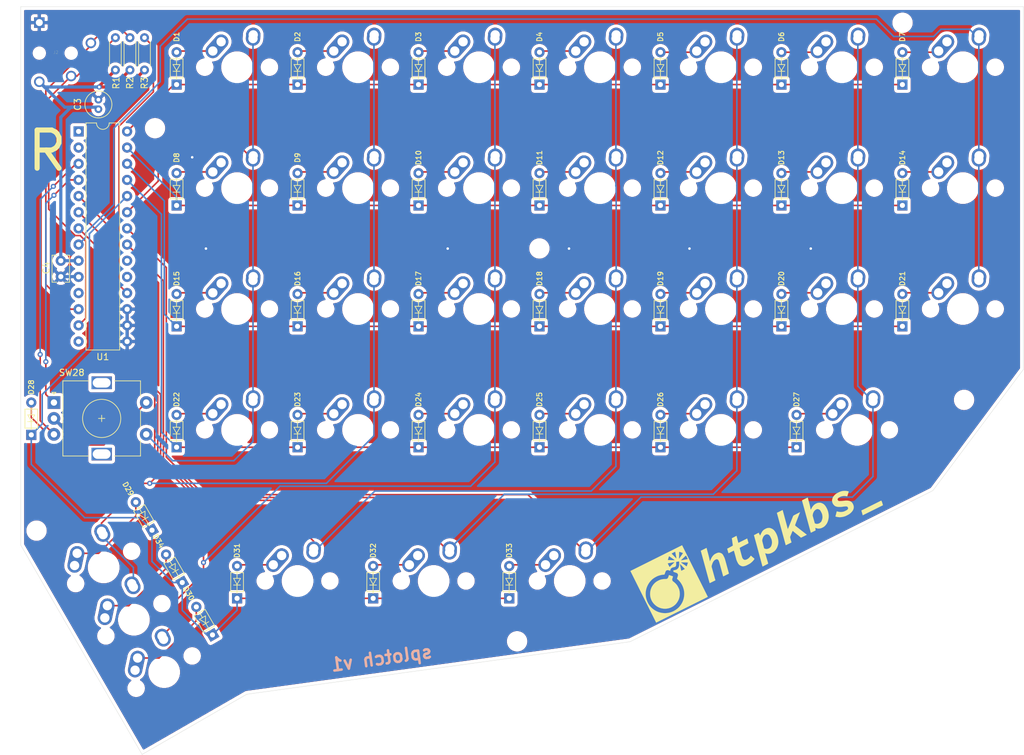
<source format=kicad_pcb>
(kicad_pcb (version 20171130) (host pcbnew "(5.1.9-0-10_14)")
  (title_block (title splotch-right) (rev v1) (comment 2 https://github.com/htpkbs/splotch/blob/main/LICENSE) (comment 3 "License: BSD 2-Clause") (comment 4 info@htpkbs.com))
  (layers (0 F.Cu signal) (31 B.Cu signal) (34 B.Paste user) (35 F.Paste user) (36 B.SilkS user) (37 F.SilkS user) (38 B.Mask user) (39 F.Mask user) (44 Edge.Cuts user))
  (net 0 "")
  (net 1 GND)
  (net 2 +5V)
  (net 3 "Net-(D1-Pad2)")
  (net 4 /Row1)
  (net 5 "Net-(D2-Pad2)")
  (net 6 "Net-(D3-Pad2)")
  (net 7 "Net-(D4-Pad2)")
  (net 8 "Net-(D5-Pad2)")
  (net 9 "Net-(D6-Pad2)")
  (net 10 "Net-(D7-Pad2)")
  (net 11 "Net-(D8-Pad2)")
  (net 12 /Row2)
  (net 13 "Net-(D9-Pad2)")
  (net 14 "Net-(D10-Pad2)")
  (net 15 "Net-(D11-Pad2)")
  (net 16 "Net-(D12-Pad2)")
  (net 17 "Net-(D13-Pad2)")
  (net 18 "Net-(D14-Pad2)")
  (net 19 "Net-(D15-Pad2)")
  (net 20 /Row3)
  (net 21 "Net-(D16-Pad2)")
  (net 22 "Net-(D17-Pad2)")
  (net 23 "Net-(D18-Pad2)")
  (net 24 "Net-(D19-Pad2)")
  (net 25 "Net-(D20-Pad2)")
  (net 26 "Net-(D21-Pad2)")
  (net 27 "Net-(D22-Pad2)")
  (net 28 /Row4)
  (net 29 "Net-(D23-Pad2)")
  (net 30 "Net-(D24-Pad2)")
  (net 31 "Net-(D25-Pad2)")
  (net 32 "Net-(D26-Pad2)")
  (net 33 "Net-(D27-Pad2)")
  (net 34 "Net-(D28-Pad2)")
  (net 35 /Row5)
  (net 36 "Net-(D29-Pad2)")
  (net 37 "Net-(D30-Pad2)")
  (net 38 "Net-(D31-Pad2)")
  (net 39 "Net-(D32-Pad2)")
  (net 40 "Net-(D33-Pad2)")
  (net 41 "Net-(D34-Pad2)")
  (net 42 /SCL)
  (net 43 /SDA)
  (net 44 /Col1)
  (net 45 /Col2)
  (net 46 /Col3)
  (net 47 /Col4)
  (net 48 /Col5)
  (net 49 /Col6)
  (net 50 /Col7)
  (net 51 "Net-(R3-Pad2)")
  (net 52 "Net-(U1-Pad14)")
  (net 53 "Net-(U1-Pad11)")
  (net 54 "Net-(U1-Pad20)")
  (net 55 "Net-(U1-Pad19)")
  (net 56 "Net-(U1-Pad2)")
  (net 57 "Net-(U1-Pad1)")
  (net 58 /RotaryA)
  (net 59 /RotaryB)
  (module splotch:htpkbs (layer F.Cu) (at 154.305 120.65 26.5)
    (fp_text reference G*** hide)
    (fp_text value LOGO hide)
  )
  (module Package_DIP:DIP-28_W7.62mm (layer F.Cu) (at 47.5615 56.515)
    (fp_text reference U1 (at 3.81 35.433) (layer F.SilkS))
    (fp_text value MCP23017_SP)
    (pad 28 thru_hole oval (at 7.62 0) (size 1.6 1.6) (drill 0.8) (layers *.Cu *.Mask) (net 4 /Row1))
    (pad 14 thru_hole oval (at 0 33.02) (size 1.6 1.6) (drill 0.8) (layers *.Cu *.Mask) (net 52 "Net-(U1-Pad14)"))
    (pad 27 thru_hole oval (at 7.62 2.54) (size 1.6 1.6) (drill 0.8) (layers *.Cu *.Mask) (net 12 /Row2))
    (pad 13 thru_hole oval (at 0 30.48) (size 1.6 1.6) (drill 0.8) (layers *.Cu *.Mask) (net 43 /SDA))
    (pad 26 thru_hole oval (at 7.62 5.08) (size 1.6 1.6) (drill 0.8) (layers *.Cu *.Mask) (net 20 /Row3))
    (pad 12 thru_hole oval (at 0 27.94) (size 1.6 1.6) (drill 0.8) (layers *.Cu *.Mask) (net 42 /SCL))
    (pad 25 thru_hole oval (at 7.62 7.62) (size 1.6 1.6) (drill 0.8) (layers *.Cu *.Mask) (net 28 /Row4))
    (pad 11 thru_hole oval (at 0 25.4) (size 1.6 1.6) (drill 0.8) (layers *.Cu *.Mask) (net 53 "Net-(U1-Pad11)"))
    (pad 24 thru_hole oval (at 7.62 10.16) (size 1.6 1.6) (drill 0.8) (layers *.Cu *.Mask) (net 35 /Row5))
    (pad 10 thru_hole oval (at 0 22.86) (size 1.6 1.6) (drill 0.8) (layers *.Cu *.Mask) (net 1 GND))
    (pad 23 thru_hole oval (at 7.62 12.7) (size 1.6 1.6) (drill 0.8) (layers *.Cu *.Mask) (net 44 /Col1))
    (pad 9 thru_hole oval (at 0 20.32) (size 1.6 1.6) (drill 0.8) (layers *.Cu *.Mask) (net 2 +5V))
    (pad 22 thru_hole oval (at 7.62 15.24) (size 1.6 1.6) (drill 0.8) (layers *.Cu *.Mask) (net 49 /Col6))
    (pad 8 thru_hole oval (at 0 17.78) (size 1.6 1.6) (drill 0.8) (layers *.Cu *.Mask) (net 50 /Col7))
    (pad 21 thru_hole oval (at 7.62 17.78) (size 1.6 1.6) (drill 0.8) (layers *.Cu *.Mask) (net 48 /Col5))
    (pad 7 thru_hole oval (at 0 15.24) (size 1.6 1.6) (drill 0.8) (layers *.Cu *.Mask) (net 45 /Col2))
    (pad 20 thru_hole oval (at 7.62 20.32) (size 1.6 1.6) (drill 0.8) (layers *.Cu *.Mask) (net 54 "Net-(U1-Pad20)"))
    (pad 6 thru_hole oval (at 0 12.7) (size 1.6 1.6) (drill 0.8) (layers *.Cu *.Mask) (net 46 /Col3))
    (pad 19 thru_hole oval (at 7.62 22.86) (size 1.6 1.6) (drill 0.8) (layers *.Cu *.Mask) (net 55 "Net-(U1-Pad19)"))
    (pad 5 thru_hole oval (at 0 10.16) (size 1.6 1.6) (drill 0.8) (layers *.Cu *.Mask) (net 47 /Col4))
    (pad 18 thru_hole oval (at 7.62 25.4) (size 1.6 1.6) (drill 0.8) (layers *.Cu *.Mask) (net 51 "Net-(R3-Pad2)"))
    (pad 4 thru_hole oval (at 0 7.62) (size 1.6 1.6) (drill 0.8) (layers *.Cu *.Mask) (net 58 /RotaryA))
    (pad 17 thru_hole oval (at 7.62 27.94) (size 1.6 1.6) (drill 0.8) (layers *.Cu *.Mask) (net 1 GND))
    (pad 3 thru_hole oval (at 0 5.08) (size 1.6 1.6) (drill 0.8) (layers *.Cu *.Mask) (net 59 /RotaryB))
    (pad 16 thru_hole oval (at 7.62 30.48) (size 1.6 1.6) (drill 0.8) (layers *.Cu *.Mask) (net 1 GND))
    (pad 2 thru_hole oval (at 0 2.54) (size 1.6 1.6) (drill 0.8) (layers *.Cu *.Mask) (net 56 "Net-(U1-Pad2)"))
    (pad 15 thru_hole oval (at 7.62 33.02) (size 1.6 1.6) (drill 0.8) (layers *.Cu *.Mask) (net 1 GND))
    (pad 1 thru_hole rect (at 0 0) (size 1.6 1.6) (drill 0.8) (layers *.Cu *.Mask) (net 57 "Net-(U1-Pad1)"))
  )
  (module splotch:MX-1U-NoLED (layer F.Cu) (at 56.2505 133.263741 30)
    (fp_text reference SW34)
    (fp_text value MX-NoLED)
    (pad "" np_thru_hole circle (at 5.08 0 78.0996) (size 1.75 1.75) (drill 1.75) (layers *.Cu *.Mask))
    (pad "" np_thru_hole circle (at -5.08 0 78.0996) (size 1.75 1.75) (drill 1.75) (layers *.Cu *.Mask))
    (pad 1 thru_hole circle (at -2.5 -4 30) (size 2.25 2.25) (drill 1.47) (layers *.Cu B.Mask) (net 41 "Net-(D34-Pad2)"))
    (pad "" np_thru_hole circle (at 0 0 30) (size 3.9878 3.9878) (drill 3.9878) (layers *.Cu *.Mask))
    (pad 1 thru_hole oval (at -3.81 -2.54 78.0996) (size 4.211556 2.25) (drill 1.47 (offset 0.980778 0)) (layers *.Cu B.Mask) (net 41 "Net-(D34-Pad2)"))
    (pad 2 thru_hole circle (at 2.54 -5.08 30) (size 2.25 2.25) (drill 1.47) (layers *.Cu B.Mask) (net 45 /Col2))
    (pad 2 thru_hole oval (at 2.5 -4.5 116.0548) (size 2.831378 2.25) (drill 1.47 (offset 0.290689 0)) (layers *.Cu B.Mask) (net 45 /Col2))
  )
  (module splotch:MX-1U-NoLED (layer F.Cu) (at 124.7035 127.1685)
    (fp_text reference SW33)
    (fp_text value MX-NoLED)
    (pad "" np_thru_hole circle (at 5.08 0 48.0996) (size 1.75 1.75) (drill 1.75) (layers *.Cu *.Mask))
    (pad "" np_thru_hole circle (at -5.08 0 48.0996) (size 1.75 1.75) (drill 1.75) (layers *.Cu *.Mask))
    (pad 1 thru_hole circle (at -2.5 -4) (size 2.25 2.25) (drill 1.47) (layers *.Cu B.Mask) (net 40 "Net-(D33-Pad2)"))
    (pad "" np_thru_hole circle (at 0 0) (size 3.9878 3.9878) (drill 3.9878) (layers *.Cu *.Mask))
    (pad 1 thru_hole oval (at -3.81 -2.54 48.0996) (size 4.211556 2.25) (drill 1.47 (offset 0.980778 0)) (layers *.Cu B.Mask) (net 40 "Net-(D33-Pad2)"))
    (pad 2 thru_hole circle (at 2.54 -5.08) (size 2.25 2.25) (drill 1.47) (layers *.Cu B.Mask) (net 49 /Col6))
    (pad 2 thru_hole oval (at 2.5 -4.5 86.0548) (size 2.831378 2.25) (drill 1.47 (offset 0.290689 0)) (layers *.Cu B.Mask) (net 49 /Col6))
  )
  (module splotch:MX-1.25U-NoLED (layer F.Cu) (at 103.3285 127.1685)
    (fp_text reference SW32)
    (fp_text value MX-NoLED)
    (pad "" np_thru_hole circle (at 5.08 0 48.0996) (size 1.75 1.75) (drill 1.75) (layers *.Cu *.Mask))
    (pad "" np_thru_hole circle (at -5.08 0 48.0996) (size 1.75 1.75) (drill 1.75) (layers *.Cu *.Mask))
    (pad 1 thru_hole circle (at -2.5 -4) (size 2.25 2.25) (drill 1.47) (layers *.Cu B.Mask) (net 39 "Net-(D32-Pad2)"))
    (pad "" np_thru_hole circle (at 0 0) (size 3.9878 3.9878) (drill 3.9878) (layers *.Cu *.Mask))
    (pad 1 thru_hole oval (at -3.81 -2.54 48.0996) (size 4.211556 2.25) (drill 1.47 (offset 0.980778 0)) (layers *.Cu B.Mask) (net 39 "Net-(D32-Pad2)"))
    (pad 2 thru_hole circle (at 2.54 -5.08) (size 2.25 2.25) (drill 1.47) (layers *.Cu B.Mask) (net 48 /Col5))
    (pad 2 thru_hole oval (at 2.5 -4.5 86.0548) (size 2.831378 2.25) (drill 1.47 (offset 0.290689 0)) (layers *.Cu B.Mask) (net 48 /Col5))
  )
  (module splotch:MX-1U-NoLED (layer F.Cu) (at 81.9535 127.1685)
    (fp_text reference SW31)
    (fp_text value MX-NoLED)
    (pad "" np_thru_hole circle (at 5.08 0 48.0996) (size 1.75 1.75) (drill 1.75) (layers *.Cu *.Mask))
    (pad "" np_thru_hole circle (at -5.08 0 48.0996) (size 1.75 1.75) (drill 1.75) (layers *.Cu *.Mask))
    (pad 1 thru_hole circle (at -2.5 -4) (size 2.25 2.25) (drill 1.47) (layers *.Cu B.Mask) (net 38 "Net-(D31-Pad2)"))
    (pad "" np_thru_hole circle (at 0 0) (size 3.9878 3.9878) (drill 3.9878) (layers *.Cu *.Mask))
    (pad 1 thru_hole oval (at -3.81 -2.54 48.0996) (size 4.211556 2.25) (drill 1.47 (offset 0.980778 0)) (layers *.Cu B.Mask) (net 38 "Net-(D31-Pad2)"))
    (pad 2 thru_hole circle (at 2.54 -5.08) (size 2.25 2.25) (drill 1.47) (layers *.Cu B.Mask) (net 47 /Col4))
    (pad 2 thru_hole oval (at 2.5 -4.5 86.0548) (size 2.831378 2.25) (drill 1.47 (offset 0.290689 0)) (layers *.Cu B.Mask) (net 47 /Col4))
  )
  (module splotch:MX-1U-NoLED (layer F.Cu) (at 61.0005 141.490982 30)
    (fp_text reference SW30)
    (fp_text value MX-NoLED)
    (pad "" np_thru_hole circle (at 5.08 0 78.0996) (size 1.75 1.75) (drill 1.75) (layers *.Cu *.Mask))
    (pad "" np_thru_hole circle (at -5.08 0 78.0996) (size 1.75 1.75) (drill 1.75) (layers *.Cu *.Mask))
    (pad 1 thru_hole circle (at -2.5 -4 30) (size 2.25 2.25) (drill 1.47) (layers *.Cu B.Mask) (net 37 "Net-(D30-Pad2)"))
    (pad "" np_thru_hole circle (at 0 0 30) (size 3.9878 3.9878) (drill 3.9878) (layers *.Cu *.Mask))
    (pad 1 thru_hole oval (at -3.81 -2.54 78.0996) (size 4.211556 2.25) (drill 1.47 (offset 0.980778 0)) (layers *.Cu B.Mask) (net 37 "Net-(D30-Pad2)"))
    (pad 2 thru_hole circle (at 2.54 -5.08 30) (size 2.25 2.25) (drill 1.47) (layers *.Cu B.Mask) (net 46 /Col3))
    (pad 2 thru_hole oval (at 2.5 -4.5 116.0548) (size 2.831378 2.25) (drill 1.47 (offset 0.290689 0)) (layers *.Cu B.Mask) (net 46 /Col3))
  )
  (module splotch:MX-1U-NoLED (layer F.Cu) (at 51.5005 125.0365 30)
    (fp_text reference SW29)
    (fp_text value MX-NoLED)
    (pad "" np_thru_hole circle (at 5.08 0 78.0996) (size 1.75 1.75) (drill 1.75) (layers *.Cu *.Mask))
    (pad "" np_thru_hole circle (at -5.08 0 78.0996) (size 1.75 1.75) (drill 1.75) (layers *.Cu *.Mask))
    (pad 1 thru_hole circle (at -2.5 -4 30) (size 2.25 2.25) (drill 1.47) (layers *.Cu B.Mask) (net 36 "Net-(D29-Pad2)"))
    (pad "" np_thru_hole circle (at 0 0 30) (size 3.9878 3.9878) (drill 3.9878) (layers *.Cu *.Mask))
    (pad 1 thru_hole oval (at -3.81 -2.54 78.0996) (size 4.211556 2.25) (drill 1.47 (offset 0.980778 0)) (layers *.Cu B.Mask) (net 36 "Net-(D29-Pad2)"))
    (pad 2 thru_hole circle (at 2.54 -5.08 30) (size 2.25 2.25) (drill 1.47) (layers *.Cu B.Mask) (net 45 /Col2))
    (pad 2 thru_hole oval (at 2.5 -4.5 116.0548) (size 2.831378 2.25) (drill 1.47 (offset 0.290689 0)) (layers *.Cu B.Mask) (net 45 /Col2))
  )
  (module Rotary_Encoder:RotaryEncoder_Alps_EC11E-Switch_Vertical_H20mm (layer F.Cu) (at 43.688 99.1235)
    (fp_text reference SW28 (at 2.8 -4.7) (layer F.SilkS))
    (fp_text value Rotary_Encoder_Switch)
    (pad A thru_hole rect (at 0 0) (size 2 2) (drill 1) (layers *.Cu *.Mask) (net 58 /RotaryA))
    (pad C thru_hole circle (at 0 2.5) (size 2 2) (drill 1) (layers *.Cu *.Mask) (net 1 GND))
    (pad B thru_hole circle (at 0 5) (size 2 2) (drill 1) (layers *.Cu *.Mask) (net 59 /RotaryB))
    (pad MP thru_hole rect (at 7.5 -3.1) (size 3.2 2) (drill oval 2.8 1.5) (layers *.Cu *.Mask))
    (pad MP thru_hole rect (at 7.5 8.1) (size 3.2 2) (drill oval 2.8 1.5) (layers *.Cu *.Mask))
    (pad S2 thru_hole circle (at 14.5 0) (size 2 2) (drill 1) (layers *.Cu *.Mask) (net 34 "Net-(D28-Pad2)"))
    (pad S1 thru_hole circle (at 14.5 5) (size 2 2) (drill 1) (layers *.Cu *.Mask) (net 44 /Col1))
  )
  (module splotch:MX-1.25U-NoLED (layer F.Cu) (at 169.8285 103.4185)
    (fp_text reference SW27)
    (fp_text value MX-NoLED)
    (pad "" np_thru_hole circle (at 5.08 0 48.0996) (size 1.75 1.75) (drill 1.75) (layers *.Cu *.Mask))
    (pad "" np_thru_hole circle (at -5.08 0 48.0996) (size 1.75 1.75) (drill 1.75) (layers *.Cu *.Mask))
    (pad 1 thru_hole circle (at -2.5 -4) (size 2.25 2.25) (drill 1.47) (layers *.Cu B.Mask) (net 33 "Net-(D27-Pad2)"))
    (pad "" np_thru_hole circle (at 0 0) (size 3.9878 3.9878) (drill 3.9878) (layers *.Cu *.Mask))
    (pad 1 thru_hole oval (at -3.81 -2.54 48.0996) (size 4.211556 2.25) (drill 1.47 (offset 0.980778 0)) (layers *.Cu B.Mask) (net 33 "Net-(D27-Pad2)"))
    (pad 2 thru_hole circle (at 2.54 -5.08) (size 2.25 2.25) (drill 1.47) (layers *.Cu B.Mask) (net 49 /Col6))
    (pad 2 thru_hole oval (at 2.5 -4.5 86.0548) (size 2.831378 2.25) (drill 1.47 (offset 0.290689 0)) (layers *.Cu B.Mask) (net 49 /Col6))
  )
  (module splotch:MX-1U-NoLED (layer F.Cu) (at 148.4535 103.4185)
    (fp_text reference SW26)
    (fp_text value MX-NoLED)
    (pad "" np_thru_hole circle (at 5.08 0 48.0996) (size 1.75 1.75) (drill 1.75) (layers *.Cu *.Mask))
    (pad "" np_thru_hole circle (at -5.08 0 48.0996) (size 1.75 1.75) (drill 1.75) (layers *.Cu *.Mask))
    (pad 1 thru_hole circle (at -2.5 -4) (size 2.25 2.25) (drill 1.47) (layers *.Cu B.Mask) (net 32 "Net-(D26-Pad2)"))
    (pad "" np_thru_hole circle (at 0 0) (size 3.9878 3.9878) (drill 3.9878) (layers *.Cu *.Mask))
    (pad 1 thru_hole oval (at -3.81 -2.54 48.0996) (size 4.211556 2.25) (drill 1.47 (offset 0.980778 0)) (layers *.Cu B.Mask) (net 32 "Net-(D26-Pad2)"))
    (pad 2 thru_hole circle (at 2.54 -5.08) (size 2.25 2.25) (drill 1.47) (layers *.Cu B.Mask) (net 48 /Col5))
    (pad 2 thru_hole oval (at 2.5 -4.5 86.0548) (size 2.831378 2.25) (drill 1.47 (offset 0.290689 0)) (layers *.Cu B.Mask) (net 48 /Col5))
  )
  (module splotch:MX-1U-NoLED (layer F.Cu) (at 129.4535 103.4185)
    (fp_text reference SW25)
    (fp_text value MX-NoLED)
    (pad "" np_thru_hole circle (at 5.08 0 48.0996) (size 1.75 1.75) (drill 1.75) (layers *.Cu *.Mask))
    (pad "" np_thru_hole circle (at -5.08 0 48.0996) (size 1.75 1.75) (drill 1.75) (layers *.Cu *.Mask))
    (pad 1 thru_hole circle (at -2.5 -4) (size 2.25 2.25) (drill 1.47) (layers *.Cu B.Mask) (net 31 "Net-(D25-Pad2)"))
    (pad "" np_thru_hole circle (at 0 0) (size 3.9878 3.9878) (drill 3.9878) (layers *.Cu *.Mask))
    (pad 1 thru_hole oval (at -3.81 -2.54 48.0996) (size 4.211556 2.25) (drill 1.47 (offset 0.980778 0)) (layers *.Cu B.Mask) (net 31 "Net-(D25-Pad2)"))
    (pad 2 thru_hole circle (at 2.54 -5.08) (size 2.25 2.25) (drill 1.47) (layers *.Cu B.Mask) (net 47 /Col4))
    (pad 2 thru_hole oval (at 2.5 -4.5 86.0548) (size 2.831378 2.25) (drill 1.47 (offset 0.290689 0)) (layers *.Cu B.Mask) (net 47 /Col4))
  )
  (module splotch:MX-1U-NoLED (layer F.Cu) (at 110.4535 103.4185)
    (fp_text reference SW24)
    (fp_text value MX-NoLED)
    (pad "" np_thru_hole circle (at 5.08 0 48.0996) (size 1.75 1.75) (drill 1.75) (layers *.Cu *.Mask))
    (pad "" np_thru_hole circle (at -5.08 0 48.0996) (size 1.75 1.75) (drill 1.75) (layers *.Cu *.Mask))
    (pad 1 thru_hole circle (at -2.5 -4) (size 2.25 2.25) (drill 1.47) (layers *.Cu B.Mask) (net 30 "Net-(D24-Pad2)"))
    (pad "" np_thru_hole circle (at 0 0) (size 3.9878 3.9878) (drill 3.9878) (layers *.Cu *.Mask))
    (pad 1 thru_hole oval (at -3.81 -2.54 48.0996) (size 4.211556 2.25) (drill 1.47 (offset 0.980778 0)) (layers *.Cu B.Mask) (net 30 "Net-(D24-Pad2)"))
    (pad 2 thru_hole circle (at 2.54 -5.08) (size 2.25 2.25) (drill 1.47) (layers *.Cu B.Mask) (net 46 /Col3))
    (pad 2 thru_hole oval (at 2.5 -4.5 86.0548) (size 2.831378 2.25) (drill 1.47 (offset 0.290689 0)) (layers *.Cu B.Mask) (net 46 /Col3))
  )
  (module splotch:MX-1U-NoLED (layer F.Cu) (at 91.4535 103.4185)
    (fp_text reference SW23)
    (fp_text value MX-NoLED)
    (pad "" np_thru_hole circle (at 5.08 0 48.0996) (size 1.75 1.75) (drill 1.75) (layers *.Cu *.Mask))
    (pad "" np_thru_hole circle (at -5.08 0 48.0996) (size 1.75 1.75) (drill 1.75) (layers *.Cu *.Mask))
    (pad 1 thru_hole circle (at -2.5 -4) (size 2.25 2.25) (drill 1.47) (layers *.Cu B.Mask) (net 29 "Net-(D23-Pad2)"))
    (pad "" np_thru_hole circle (at 0 0) (size 3.9878 3.9878) (drill 3.9878) (layers *.Cu *.Mask))
    (pad 1 thru_hole oval (at -3.81 -2.54 48.0996) (size 4.211556 2.25) (drill 1.47 (offset 0.980778 0)) (layers *.Cu B.Mask) (net 29 "Net-(D23-Pad2)"))
    (pad 2 thru_hole circle (at 2.54 -5.08) (size 2.25 2.25) (drill 1.47) (layers *.Cu B.Mask) (net 45 /Col2))
    (pad 2 thru_hole oval (at 2.5 -4.5 86.0548) (size 2.831378 2.25) (drill 1.47 (offset 0.290689 0)) (layers *.Cu B.Mask) (net 45 /Col2))
  )
  (module splotch:MX-1U-NoLED (layer F.Cu) (at 72.4535 103.4185)
    (fp_text reference SW22)
    (fp_text value MX-NoLED)
    (pad "" np_thru_hole circle (at 5.08 0 48.0996) (size 1.75 1.75) (drill 1.75) (layers *.Cu *.Mask))
    (pad "" np_thru_hole circle (at -5.08 0 48.0996) (size 1.75 1.75) (drill 1.75) (layers *.Cu *.Mask))
    (pad 1 thru_hole circle (at -2.5 -4) (size 2.25 2.25) (drill 1.47) (layers *.Cu B.Mask) (net 27 "Net-(D22-Pad2)"))
    (pad "" np_thru_hole circle (at 0 0) (size 3.9878 3.9878) (drill 3.9878) (layers *.Cu *.Mask))
    (pad 1 thru_hole oval (at -3.81 -2.54 48.0996) (size 4.211556 2.25) (drill 1.47 (offset 0.980778 0)) (layers *.Cu B.Mask) (net 27 "Net-(D22-Pad2)"))
    (pad 2 thru_hole circle (at 2.54 -5.08) (size 2.25 2.25) (drill 1.47) (layers *.Cu B.Mask) (net 44 /Col1))
    (pad 2 thru_hole oval (at 2.5 -4.5 86.0548) (size 2.831378 2.25) (drill 1.47 (offset 0.290689 0)) (layers *.Cu B.Mask) (net 44 /Col1))
  )
  (module splotch:MX-1U-NoLED (layer F.Cu) (at 186.4535 84.4185)
    (fp_text reference SW21)
    (fp_text value MX-NoLED)
    (pad "" np_thru_hole circle (at 5.08 0 48.0996) (size 1.75 1.75) (drill 1.75) (layers *.Cu *.Mask))
    (pad "" np_thru_hole circle (at -5.08 0 48.0996) (size 1.75 1.75) (drill 1.75) (layers *.Cu *.Mask))
    (pad 1 thru_hole circle (at -2.5 -4) (size 2.25 2.25) (drill 1.47) (layers *.Cu B.Mask) (net 26 "Net-(D21-Pad2)"))
    (pad "" np_thru_hole circle (at 0 0) (size 3.9878 3.9878) (drill 3.9878) (layers *.Cu *.Mask))
    (pad 1 thru_hole oval (at -3.81 -2.54 48.0996) (size 4.211556 2.25) (drill 1.47 (offset 0.980778 0)) (layers *.Cu B.Mask) (net 26 "Net-(D21-Pad2)"))
    (pad 2 thru_hole circle (at 2.54 -5.08) (size 2.25 2.25) (drill 1.47) (layers *.Cu B.Mask) (net 50 /Col7))
    (pad 2 thru_hole oval (at 2.5 -4.5 86.0548) (size 2.831378 2.25) (drill 1.47 (offset 0.290689 0)) (layers *.Cu B.Mask) (net 50 /Col7))
  )
  (module splotch:MX-1U-NoLED (layer F.Cu) (at 167.4535 84.4185)
    (fp_text reference SW20)
    (fp_text value MX-NoLED)
    (pad "" np_thru_hole circle (at 5.08 0 48.0996) (size 1.75 1.75) (drill 1.75) (layers *.Cu *.Mask))
    (pad "" np_thru_hole circle (at -5.08 0 48.0996) (size 1.75 1.75) (drill 1.75) (layers *.Cu *.Mask))
    (pad 1 thru_hole circle (at -2.5 -4) (size 2.25 2.25) (drill 1.47) (layers *.Cu B.Mask) (net 25 "Net-(D20-Pad2)"))
    (pad "" np_thru_hole circle (at 0 0) (size 3.9878 3.9878) (drill 3.9878) (layers *.Cu *.Mask))
    (pad 1 thru_hole oval (at -3.81 -2.54 48.0996) (size 4.211556 2.25) (drill 1.47 (offset 0.980778 0)) (layers *.Cu B.Mask) (net 25 "Net-(D20-Pad2)"))
    (pad 2 thru_hole circle (at 2.54 -5.08) (size 2.25 2.25) (drill 1.47) (layers *.Cu B.Mask) (net 49 /Col6))
    (pad 2 thru_hole oval (at 2.5 -4.5 86.0548) (size 2.831378 2.25) (drill 1.47 (offset 0.290689 0)) (layers *.Cu B.Mask) (net 49 /Col6))
  )
  (module splotch:MX-1U-NoLED (layer F.Cu) (at 148.4535 84.4185)
    (fp_text reference SW19)
    (fp_text value MX-NoLED)
    (pad "" np_thru_hole circle (at 5.08 0 48.0996) (size 1.75 1.75) (drill 1.75) (layers *.Cu *.Mask))
    (pad "" np_thru_hole circle (at -5.08 0 48.0996) (size 1.75 1.75) (drill 1.75) (layers *.Cu *.Mask))
    (pad 1 thru_hole circle (at -2.5 -4) (size 2.25 2.25) (drill 1.47) (layers *.Cu B.Mask) (net 24 "Net-(D19-Pad2)"))
    (pad "" np_thru_hole circle (at 0 0) (size 3.9878 3.9878) (drill 3.9878) (layers *.Cu *.Mask))
    (pad 1 thru_hole oval (at -3.81 -2.54 48.0996) (size 4.211556 2.25) (drill 1.47 (offset 0.980778 0)) (layers *.Cu B.Mask) (net 24 "Net-(D19-Pad2)"))
    (pad 2 thru_hole circle (at 2.54 -5.08) (size 2.25 2.25) (drill 1.47) (layers *.Cu B.Mask) (net 48 /Col5))
    (pad 2 thru_hole oval (at 2.5 -4.5 86.0548) (size 2.831378 2.25) (drill 1.47 (offset 0.290689 0)) (layers *.Cu B.Mask) (net 48 /Col5))
  )
  (module splotch:MX-1U-NoLED (layer F.Cu) (at 129.4535 84.4185)
    (fp_text reference SW18)
    (fp_text value MX-NoLED)
    (pad "" np_thru_hole circle (at 5.08 0 48.0996) (size 1.75 1.75) (drill 1.75) (layers *.Cu *.Mask))
    (pad "" np_thru_hole circle (at -5.08 0 48.0996) (size 1.75 1.75) (drill 1.75) (layers *.Cu *.Mask))
    (pad 1 thru_hole circle (at -2.5 -4) (size 2.25 2.25) (drill 1.47) (layers *.Cu B.Mask) (net 23 "Net-(D18-Pad2)"))
    (pad "" np_thru_hole circle (at 0 0) (size 3.9878 3.9878) (drill 3.9878) (layers *.Cu *.Mask))
    (pad 1 thru_hole oval (at -3.81 -2.54 48.0996) (size 4.211556 2.25) (drill 1.47 (offset 0.980778 0)) (layers *.Cu B.Mask) (net 23 "Net-(D18-Pad2)"))
    (pad 2 thru_hole circle (at 2.54 -5.08) (size 2.25 2.25) (drill 1.47) (layers *.Cu B.Mask) (net 47 /Col4))
    (pad 2 thru_hole oval (at 2.5 -4.5 86.0548) (size 2.831378 2.25) (drill 1.47 (offset 0.290689 0)) (layers *.Cu B.Mask) (net 47 /Col4))
  )
  (module splotch:MX-1U-NoLED (layer F.Cu) (at 110.4535 84.4185)
    (fp_text reference SW17)
    (fp_text value MX-NoLED)
    (pad "" np_thru_hole circle (at 5.08 0 48.0996) (size 1.75 1.75) (drill 1.75) (layers *.Cu *.Mask))
    (pad "" np_thru_hole circle (at -5.08 0 48.0996) (size 1.75 1.75) (drill 1.75) (layers *.Cu *.Mask))
    (pad 1 thru_hole circle (at -2.5 -4) (size 2.25 2.25) (drill 1.47) (layers *.Cu B.Mask) (net 22 "Net-(D17-Pad2)"))
    (pad "" np_thru_hole circle (at 0 0) (size 3.9878 3.9878) (drill 3.9878) (layers *.Cu *.Mask))
    (pad 1 thru_hole oval (at -3.81 -2.54 48.0996) (size 4.211556 2.25) (drill 1.47 (offset 0.980778 0)) (layers *.Cu B.Mask) (net 22 "Net-(D17-Pad2)"))
    (pad 2 thru_hole circle (at 2.54 -5.08) (size 2.25 2.25) (drill 1.47) (layers *.Cu B.Mask) (net 46 /Col3))
    (pad 2 thru_hole oval (at 2.5 -4.5 86.0548) (size 2.831378 2.25) (drill 1.47 (offset 0.290689 0)) (layers *.Cu B.Mask) (net 46 /Col3))
  )
  (module splotch:MX-1U-NoLED (layer F.Cu) (at 91.4535 84.4185)
    (fp_text reference SW16)
    (fp_text value MX-NoLED)
    (pad "" np_thru_hole circle (at 5.08 0 48.0996) (size 1.75 1.75) (drill 1.75) (layers *.Cu *.Mask))
    (pad "" np_thru_hole circle (at -5.08 0 48.0996) (size 1.75 1.75) (drill 1.75) (layers *.Cu *.Mask))
    (pad 1 thru_hole circle (at -2.5 -4) (size 2.25 2.25) (drill 1.47) (layers *.Cu B.Mask) (net 21 "Net-(D16-Pad2)"))
    (pad "" np_thru_hole circle (at 0 0) (size 3.9878 3.9878) (drill 3.9878) (layers *.Cu *.Mask))
    (pad 1 thru_hole oval (at -3.81 -2.54 48.0996) (size 4.211556 2.25) (drill 1.47 (offset 0.980778 0)) (layers *.Cu B.Mask) (net 21 "Net-(D16-Pad2)"))
    (pad 2 thru_hole circle (at 2.54 -5.08) (size 2.25 2.25) (drill 1.47) (layers *.Cu B.Mask) (net 45 /Col2))
    (pad 2 thru_hole oval (at 2.5 -4.5 86.0548) (size 2.831378 2.25) (drill 1.47 (offset 0.290689 0)) (layers *.Cu B.Mask) (net 45 /Col2))
  )
  (module splotch:MX-1U-NoLED (layer F.Cu) (at 72.4535 84.4185)
    (fp_text reference SW15)
    (fp_text value MX-NoLED)
    (pad "" np_thru_hole circle (at 5.08 0 48.0996) (size 1.75 1.75) (drill 1.75) (layers *.Cu *.Mask))
    (pad "" np_thru_hole circle (at -5.08 0 48.0996) (size 1.75 1.75) (drill 1.75) (layers *.Cu *.Mask))
    (pad 1 thru_hole circle (at -2.5 -4) (size 2.25 2.25) (drill 1.47) (layers *.Cu B.Mask) (net 19 "Net-(D15-Pad2)"))
    (pad "" np_thru_hole circle (at 0 0) (size 3.9878 3.9878) (drill 3.9878) (layers *.Cu *.Mask))
    (pad 1 thru_hole oval (at -3.81 -2.54 48.0996) (size 4.211556 2.25) (drill 1.47 (offset 0.980778 0)) (layers *.Cu B.Mask) (net 19 "Net-(D15-Pad2)"))
    (pad 2 thru_hole circle (at 2.54 -5.08) (size 2.25 2.25) (drill 1.47) (layers *.Cu B.Mask) (net 44 /Col1))
    (pad 2 thru_hole oval (at 2.5 -4.5 86.0548) (size 2.831378 2.25) (drill 1.47 (offset 0.290689 0)) (layers *.Cu B.Mask) (net 44 /Col1))
  )
  (module splotch:MX-1U-NoLED (layer F.Cu) (at 186.4535 65.4185)
    (fp_text reference SW14)
    (fp_text value MX-NoLED)
    (pad "" np_thru_hole circle (at 5.08 0 48.0996) (size 1.75 1.75) (drill 1.75) (layers *.Cu *.Mask))
    (pad "" np_thru_hole circle (at -5.08 0 48.0996) (size 1.75 1.75) (drill 1.75) (layers *.Cu *.Mask))
    (pad 1 thru_hole circle (at -2.5 -4) (size 2.25 2.25) (drill 1.47) (layers *.Cu B.Mask) (net 18 "Net-(D14-Pad2)"))
    (pad "" np_thru_hole circle (at 0 0) (size 3.9878 3.9878) (drill 3.9878) (layers *.Cu *.Mask))
    (pad 1 thru_hole oval (at -3.81 -2.54 48.0996) (size 4.211556 2.25) (drill 1.47 (offset 0.980778 0)) (layers *.Cu B.Mask) (net 18 "Net-(D14-Pad2)"))
    (pad 2 thru_hole circle (at 2.54 -5.08) (size 2.25 2.25) (drill 1.47) (layers *.Cu B.Mask) (net 50 /Col7))
    (pad 2 thru_hole oval (at 2.5 -4.5 86.0548) (size 2.831378 2.25) (drill 1.47 (offset 0.290689 0)) (layers *.Cu B.Mask) (net 50 /Col7))
  )
  (module splotch:MX-1U-NoLED (layer F.Cu) (at 167.4535 65.4185)
    (fp_text reference SW13)
    (fp_text value MX-NoLED)
    (pad "" np_thru_hole circle (at 5.08 0 48.0996) (size 1.75 1.75) (drill 1.75) (layers *.Cu *.Mask))
    (pad "" np_thru_hole circle (at -5.08 0 48.0996) (size 1.75 1.75) (drill 1.75) (layers *.Cu *.Mask))
    (pad 1 thru_hole circle (at -2.5 -4) (size 2.25 2.25) (drill 1.47) (layers *.Cu B.Mask) (net 17 "Net-(D13-Pad2)"))
    (pad "" np_thru_hole circle (at 0 0) (size 3.9878 3.9878) (drill 3.9878) (layers *.Cu *.Mask))
    (pad 1 thru_hole oval (at -3.81 -2.54 48.0996) (size 4.211556 2.25) (drill 1.47 (offset 0.980778 0)) (layers *.Cu B.Mask) (net 17 "Net-(D13-Pad2)"))
    (pad 2 thru_hole circle (at 2.54 -5.08) (size 2.25 2.25) (drill 1.47) (layers *.Cu B.Mask) (net 49 /Col6))
    (pad 2 thru_hole oval (at 2.5 -4.5 86.0548) (size 2.831378 2.25) (drill 1.47 (offset 0.290689 0)) (layers *.Cu B.Mask) (net 49 /Col6))
  )
  (module splotch:MX-1U-NoLED (layer F.Cu) (at 148.4535 65.4185)
    (fp_text reference SW12)
    (fp_text value MX-NoLED)
    (pad "" np_thru_hole circle (at 5.08 0 48.0996) (size 1.75 1.75) (drill 1.75) (layers *.Cu *.Mask))
    (pad "" np_thru_hole circle (at -5.08 0 48.0996) (size 1.75 1.75) (drill 1.75) (layers *.Cu *.Mask))
    (pad 1 thru_hole circle (at -2.5 -4) (size 2.25 2.25) (drill 1.47) (layers *.Cu B.Mask) (net 16 "Net-(D12-Pad2)"))
    (pad "" np_thru_hole circle (at 0 0) (size 3.9878 3.9878) (drill 3.9878) (layers *.Cu *.Mask))
    (pad 1 thru_hole oval (at -3.81 -2.54 48.0996) (size 4.211556 2.25) (drill 1.47 (offset 0.980778 0)) (layers *.Cu B.Mask) (net 16 "Net-(D12-Pad2)"))
    (pad 2 thru_hole circle (at 2.54 -5.08) (size 2.25 2.25) (drill 1.47) (layers *.Cu B.Mask) (net 48 /Col5))
    (pad 2 thru_hole oval (at 2.5 -4.5 86.0548) (size 2.831378 2.25) (drill 1.47 (offset 0.290689 0)) (layers *.Cu B.Mask) (net 48 /Col5))
  )
  (module splotch:MX-1U-NoLED (layer F.Cu) (at 129.4535 65.4185)
    (fp_text reference SW11)
    (fp_text value MX-NoLED)
    (pad "" np_thru_hole circle (at 5.08 0 48.0996) (size 1.75 1.75) (drill 1.75) (layers *.Cu *.Mask))
    (pad "" np_thru_hole circle (at -5.08 0 48.0996) (size 1.75 1.75) (drill 1.75) (layers *.Cu *.Mask))
    (pad 1 thru_hole circle (at -2.5 -4) (size 2.25 2.25) (drill 1.47) (layers *.Cu B.Mask) (net 15 "Net-(D11-Pad2)"))
    (pad "" np_thru_hole circle (at 0 0) (size 3.9878 3.9878) (drill 3.9878) (layers *.Cu *.Mask))
    (pad 1 thru_hole oval (at -3.81 -2.54 48.0996) (size 4.211556 2.25) (drill 1.47 (offset 0.980778 0)) (layers *.Cu B.Mask) (net 15 "Net-(D11-Pad2)"))
    (pad 2 thru_hole circle (at 2.54 -5.08) (size 2.25 2.25) (drill 1.47) (layers *.Cu B.Mask) (net 47 /Col4))
    (pad 2 thru_hole oval (at 2.5 -4.5 86.0548) (size 2.831378 2.25) (drill 1.47 (offset 0.290689 0)) (layers *.Cu B.Mask) (net 47 /Col4))
  )
  (module splotch:MX-1U-NoLED (layer F.Cu) (at 110.4535 65.4185)
    (fp_text reference SW10)
    (fp_text value MX-NoLED)
    (pad "" np_thru_hole circle (at 5.08 0 48.0996) (size 1.75 1.75) (drill 1.75) (layers *.Cu *.Mask))
    (pad "" np_thru_hole circle (at -5.08 0 48.0996) (size 1.75 1.75) (drill 1.75) (layers *.Cu *.Mask))
    (pad 1 thru_hole circle (at -2.5 -4) (size 2.25 2.25) (drill 1.47) (layers *.Cu B.Mask) (net 14 "Net-(D10-Pad2)"))
    (pad "" np_thru_hole circle (at 0 0) (size 3.9878 3.9878) (drill 3.9878) (layers *.Cu *.Mask))
    (pad 1 thru_hole oval (at -3.81 -2.54 48.0996) (size 4.211556 2.25) (drill 1.47 (offset 0.980778 0)) (layers *.Cu B.Mask) (net 14 "Net-(D10-Pad2)"))
    (pad 2 thru_hole circle (at 2.54 -5.08) (size 2.25 2.25) (drill 1.47) (layers *.Cu B.Mask) (net 46 /Col3))
    (pad 2 thru_hole oval (at 2.5 -4.5 86.0548) (size 2.831378 2.25) (drill 1.47 (offset 0.290689 0)) (layers *.Cu B.Mask) (net 46 /Col3))
  )
  (module splotch:MX-1U-NoLED (layer F.Cu) (at 91.4535 65.4185)
    (fp_text reference SW9)
    (fp_text value MX-NoLED)
    (pad "" np_thru_hole circle (at 5.08 0 48.0996) (size 1.75 1.75) (drill 1.75) (layers *.Cu *.Mask))
    (pad "" np_thru_hole circle (at -5.08 0 48.0996) (size 1.75 1.75) (drill 1.75) (layers *.Cu *.Mask))
    (pad 1 thru_hole circle (at -2.5 -4) (size 2.25 2.25) (drill 1.47) (layers *.Cu B.Mask) (net 13 "Net-(D9-Pad2)"))
    (pad "" np_thru_hole circle (at 0 0) (size 3.9878 3.9878) (drill 3.9878) (layers *.Cu *.Mask))
    (pad 1 thru_hole oval (at -3.81 -2.54 48.0996) (size 4.211556 2.25) (drill 1.47 (offset 0.980778 0)) (layers *.Cu B.Mask) (net 13 "Net-(D9-Pad2)"))
    (pad 2 thru_hole circle (at 2.54 -5.08) (size 2.25 2.25) (drill 1.47) (layers *.Cu B.Mask) (net 45 /Col2))
    (pad 2 thru_hole oval (at 2.5 -4.5 86.0548) (size 2.831378 2.25) (drill 1.47 (offset 0.290689 0)) (layers *.Cu B.Mask) (net 45 /Col2))
  )
  (module splotch:MX-1U-NoLED (layer F.Cu) (at 72.4535 65.4185)
    (fp_text reference SW8)
    (fp_text value MX-NoLED)
    (pad "" np_thru_hole circle (at 5.08 0 48.0996) (size 1.75 1.75) (drill 1.75) (layers *.Cu *.Mask))
    (pad "" np_thru_hole circle (at -5.08 0 48.0996) (size 1.75 1.75) (drill 1.75) (layers *.Cu *.Mask))
    (pad 1 thru_hole circle (at -2.5 -4) (size 2.25 2.25) (drill 1.47) (layers *.Cu B.Mask) (net 11 "Net-(D8-Pad2)"))
    (pad "" np_thru_hole circle (at 0 0) (size 3.9878 3.9878) (drill 3.9878) (layers *.Cu *.Mask))
    (pad 1 thru_hole oval (at -3.81 -2.54 48.0996) (size 4.211556 2.25) (drill 1.47 (offset 0.980778 0)) (layers *.Cu B.Mask) (net 11 "Net-(D8-Pad2)"))
    (pad 2 thru_hole circle (at 2.54 -5.08) (size 2.25 2.25) (drill 1.47) (layers *.Cu B.Mask) (net 44 /Col1))
    (pad 2 thru_hole oval (at 2.5 -4.5 86.0548) (size 2.831378 2.25) (drill 1.47 (offset 0.290689 0)) (layers *.Cu B.Mask) (net 44 /Col1))
  )
  (module splotch:MX-1U-NoLED (layer F.Cu) (at 186.4535 46.4185)
    (fp_text reference SW7)
    (fp_text value MX-NoLED)
    (pad "" np_thru_hole circle (at 5.08 0 48.0996) (size 1.75 1.75) (drill 1.75) (layers *.Cu *.Mask))
    (pad "" np_thru_hole circle (at -5.08 0 48.0996) (size 1.75 1.75) (drill 1.75) (layers *.Cu *.Mask))
    (pad 1 thru_hole circle (at -2.5 -4) (size 2.25 2.25) (drill 1.47) (layers *.Cu B.Mask) (net 10 "Net-(D7-Pad2)"))
    (pad "" np_thru_hole circle (at 0 0) (size 3.9878 3.9878) (drill 3.9878) (layers *.Cu *.Mask))
    (pad 1 thru_hole oval (at -3.81 -2.54 48.0996) (size 4.211556 2.25) (drill 1.47 (offset 0.980778 0)) (layers *.Cu B.Mask) (net 10 "Net-(D7-Pad2)"))
    (pad 2 thru_hole circle (at 2.54 -5.08) (size 2.25 2.25) (drill 1.47) (layers *.Cu B.Mask) (net 50 /Col7))
    (pad 2 thru_hole oval (at 2.5 -4.5 86.0548) (size 2.831378 2.25) (drill 1.47 (offset 0.290689 0)) (layers *.Cu B.Mask) (net 50 /Col7))
  )
  (module splotch:MX-1U-NoLED (layer F.Cu) (at 167.4535 46.4185)
    (fp_text reference SW6)
    (fp_text value MX-NoLED)
    (pad "" np_thru_hole circle (at 5.08 0 48.0996) (size 1.75 1.75) (drill 1.75) (layers *.Cu *.Mask))
    (pad "" np_thru_hole circle (at -5.08 0 48.0996) (size 1.75 1.75) (drill 1.75) (layers *.Cu *.Mask))
    (pad 1 thru_hole circle (at -2.5 -4) (size 2.25 2.25) (drill 1.47) (layers *.Cu B.Mask) (net 9 "Net-(D6-Pad2)"))
    (pad "" np_thru_hole circle (at 0 0) (size 3.9878 3.9878) (drill 3.9878) (layers *.Cu *.Mask))
    (pad 1 thru_hole oval (at -3.81 -2.54 48.0996) (size 4.211556 2.25) (drill 1.47 (offset 0.980778 0)) (layers *.Cu B.Mask) (net 9 "Net-(D6-Pad2)"))
    (pad 2 thru_hole circle (at 2.54 -5.08) (size 2.25 2.25) (drill 1.47) (layers *.Cu B.Mask) (net 49 /Col6))
    (pad 2 thru_hole oval (at 2.5 -4.5 86.0548) (size 2.831378 2.25) (drill 1.47 (offset 0.290689 0)) (layers *.Cu B.Mask) (net 49 /Col6))
  )
  (module splotch:MX-1U-NoLED (layer F.Cu) (at 148.4535 46.4185)
    (fp_text reference SW5)
    (fp_text value MX-NoLED)
    (pad "" np_thru_hole circle (at 5.08 0 48.0996) (size 1.75 1.75) (drill 1.75) (layers *.Cu *.Mask))
    (pad "" np_thru_hole circle (at -5.08 0 48.0996) (size 1.75 1.75) (drill 1.75) (layers *.Cu *.Mask))
    (pad 1 thru_hole circle (at -2.5 -4) (size 2.25 2.25) (drill 1.47) (layers *.Cu B.Mask) (net 8 "Net-(D5-Pad2)"))
    (pad "" np_thru_hole circle (at 0 0) (size 3.9878 3.9878) (drill 3.9878) (layers *.Cu *.Mask))
    (pad 1 thru_hole oval (at -3.81 -2.54 48.0996) (size 4.211556 2.25) (drill 1.47 (offset 0.980778 0)) (layers *.Cu B.Mask) (net 8 "Net-(D5-Pad2)"))
    (pad 2 thru_hole circle (at 2.54 -5.08) (size 2.25 2.25) (drill 1.47) (layers *.Cu B.Mask) (net 48 /Col5))
    (pad 2 thru_hole oval (at 2.5 -4.5 86.0548) (size 2.831378 2.25) (drill 1.47 (offset 0.290689 0)) (layers *.Cu B.Mask) (net 48 /Col5))
  )
  (module splotch:MX-1U-NoLED (layer F.Cu) (at 129.4535 46.4185)
    (fp_text reference SW4)
    (fp_text value MX-NoLED)
    (pad "" np_thru_hole circle (at 5.08 0 48.0996) (size 1.75 1.75) (drill 1.75) (layers *.Cu *.Mask))
    (pad "" np_thru_hole circle (at -5.08 0 48.0996) (size 1.75 1.75) (drill 1.75) (layers *.Cu *.Mask))
    (pad 1 thru_hole circle (at -2.5 -4) (size 2.25 2.25) (drill 1.47) (layers *.Cu B.Mask) (net 7 "Net-(D4-Pad2)"))
    (pad "" np_thru_hole circle (at 0 0) (size 3.9878 3.9878) (drill 3.9878) (layers *.Cu *.Mask))
    (pad 1 thru_hole oval (at -3.81 -2.54 48.0996) (size 4.211556 2.25) (drill 1.47 (offset 0.980778 0)) (layers *.Cu B.Mask) (net 7 "Net-(D4-Pad2)"))
    (pad 2 thru_hole circle (at 2.54 -5.08) (size 2.25 2.25) (drill 1.47) (layers *.Cu B.Mask) (net 47 /Col4))
    (pad 2 thru_hole oval (at 2.5 -4.5 86.0548) (size 2.831378 2.25) (drill 1.47 (offset 0.290689 0)) (layers *.Cu B.Mask) (net 47 /Col4))
  )
  (module splotch:MX-1U-NoLED (layer F.Cu) (at 110.4535 46.4185)
    (fp_text reference SW3)
    (fp_text value MX-NoLED)
    (pad "" np_thru_hole circle (at 5.08 0 48.0996) (size 1.75 1.75) (drill 1.75) (layers *.Cu *.Mask))
    (pad "" np_thru_hole circle (at -5.08 0 48.0996) (size 1.75 1.75) (drill 1.75) (layers *.Cu *.Mask))
    (pad 1 thru_hole circle (at -2.5 -4) (size 2.25 2.25) (drill 1.47) (layers *.Cu B.Mask) (net 6 "Net-(D3-Pad2)"))
    (pad "" np_thru_hole circle (at 0 0) (size 3.9878 3.9878) (drill 3.9878) (layers *.Cu *.Mask))
    (pad 1 thru_hole oval (at -3.81 -2.54 48.0996) (size 4.211556 2.25) (drill 1.47 (offset 0.980778 0)) (layers *.Cu B.Mask) (net 6 "Net-(D3-Pad2)"))
    (pad 2 thru_hole circle (at 2.54 -5.08) (size 2.25 2.25) (drill 1.47) (layers *.Cu B.Mask) (net 46 /Col3))
    (pad 2 thru_hole oval (at 2.5 -4.5 86.0548) (size 2.831378 2.25) (drill 1.47 (offset 0.290689 0)) (layers *.Cu B.Mask) (net 46 /Col3))
  )
  (module splotch:MX-1U-NoLED (layer F.Cu) (at 91.4535 46.4185)
    (fp_text reference SW2)
    (fp_text value MX-NoLED)
    (pad "" np_thru_hole circle (at 5.08 0 48.0996) (size 1.75 1.75) (drill 1.75) (layers *.Cu *.Mask))
    (pad "" np_thru_hole circle (at -5.08 0 48.0996) (size 1.75 1.75) (drill 1.75) (layers *.Cu *.Mask))
    (pad 1 thru_hole circle (at -2.5 -4) (size 2.25 2.25) (drill 1.47) (layers *.Cu B.Mask) (net 5 "Net-(D2-Pad2)"))
    (pad "" np_thru_hole circle (at 0 0) (size 3.9878 3.9878) (drill 3.9878) (layers *.Cu *.Mask))
    (pad 1 thru_hole oval (at -3.81 -2.54 48.0996) (size 4.211556 2.25) (drill 1.47 (offset 0.980778 0)) (layers *.Cu B.Mask) (net 5 "Net-(D2-Pad2)"))
    (pad 2 thru_hole circle (at 2.54 -5.08) (size 2.25 2.25) (drill 1.47) (layers *.Cu B.Mask) (net 45 /Col2))
    (pad 2 thru_hole oval (at 2.5 -4.5 86.0548) (size 2.831378 2.25) (drill 1.47 (offset 0.290689 0)) (layers *.Cu B.Mask) (net 45 /Col2))
  )
  (module splotch:MX-1U-NoLED (layer F.Cu) (at 72.4535 46.4185)
    (fp_text reference SW1)
    (fp_text value MX-NoLED)
    (pad "" np_thru_hole circle (at 5.08 0 48.0996) (size 1.75 1.75) (drill 1.75) (layers *.Cu *.Mask))
    (pad "" np_thru_hole circle (at -5.08 0 48.0996) (size 1.75 1.75) (drill 1.75) (layers *.Cu *.Mask))
    (pad 1 thru_hole circle (at -2.5 -4) (size 2.25 2.25) (drill 1.47) (layers *.Cu B.Mask) (net 3 "Net-(D1-Pad2)"))
    (pad "" np_thru_hole circle (at 0 0) (size 3.9878 3.9878) (drill 3.9878) (layers *.Cu *.Mask))
    (pad 1 thru_hole oval (at -3.81 -2.54 48.0996) (size 4.211556 2.25) (drill 1.47 (offset 0.980778 0)) (layers *.Cu B.Mask) (net 3 "Net-(D1-Pad2)"))
    (pad 2 thru_hole circle (at 2.54 -5.08) (size 2.25 2.25) (drill 1.47) (layers *.Cu B.Mask) (net 44 /Col1))
    (pad 2 thru_hole oval (at 2.5 -4.5 86.0548) (size 2.831378 2.25) (drill 1.47 (offset 0.290689 0)) (layers *.Cu B.Mask) (net 44 /Col1))
  )
  (module Resistor_THT:R_Axial_DIN0204_L3.6mm_D1.6mm_P5.08mm_Horizontal (layer F.Cu) (at 57.912 46.863 90)
    (fp_text reference R3 (at -2.032 0 90) (layer F.SilkS))
    (fp_text value 10K)
    (pad 2 thru_hole oval (at 5.08 0 90) (size 1.4 1.4) (drill 0.7) (layers *.Cu *.Mask) (net 51 "Net-(R3-Pad2)"))
    (pad 1 thru_hole circle (at 0 0 90) (size 1.4 1.4) (drill 0.7) (layers *.Cu *.Mask) (net 2 +5V))
  )
  (module Resistor_THT:R_Axial_DIN0204_L3.6mm_D1.6mm_P5.08mm_Horizontal (layer F.Cu) (at 55.626 46.863 90)
    (fp_text reference R2 (at -2.032 0 90) (layer F.SilkS))
    (fp_text value 4.7K)
    (pad 2 thru_hole oval (at 5.08 0 90) (size 1.4 1.4) (drill 0.7) (layers *.Cu *.Mask) (net 42 /SCL))
    (pad 1 thru_hole circle (at 0 0 90) (size 1.4 1.4) (drill 0.7) (layers *.Cu *.Mask) (net 2 +5V))
  )
  (module Resistor_THT:R_Axial_DIN0204_L3.6mm_D1.6mm_P5.08mm_Horizontal (layer F.Cu) (at 53.34 46.863 90)
    (fp_text reference R1 (at -2.032 0.127 90) (layer F.SilkS))
    (fp_text value 4.7K)
    (pad 2 thru_hole oval (at 5.08 0 90) (size 1.4 1.4) (drill 0.7) (layers *.Cu *.Mask) (net 43 /SDA))
    (pad 1 thru_hole circle (at 0 0 90) (size 1.4 1.4) (drill 0.7) (layers *.Cu *.Mask) (net 2 +5V))
  )
  (module splotch:CUI_SJ-43514 (layer F.Cu) (at 43.9928 44.2087)
    (fp_text reference J2 (at 0 -0.1143) (layer F.SilkS) (effects (font (size 0.480598 0.480598) (thickness 0.015))))
    (fp_text value SJ-43514)
    (pad None np_thru_hole circle (at 2.4 0) (size 1.1 1.1) (drill 1.1) (layers *.Cu *.Mask))
    (pad None np_thru_hole circle (at -2.6 0) (size 1.1 1.1) (drill 1.1) (layers *.Cu *.Mask))
    (pad 4 thru_hole circle (at -2.6 4.5) (size 1.65 1.65) (drill 1.1) (layers *.Cu *.Mask) (net 2 +5V))
    (pad 3 thru_hole circle (at 5.5 -1.6) (size 1.65 1.65) (drill 1.1) (layers *.Cu *.Mask) (net 42 /SCL))
    (pad 2 thru_hole circle (at 2.4 3.6) (size 1.65 1.65) (drill 1.1) (layers *.Cu *.Mask) (net 43 /SDA))
    (pad 1 thru_hole rect (at -2.6 -4.8) (size 1.65 1.65) (drill 1.1) (layers *.Cu *.Mask) (net 1 GND))
  )
  (module MountingHole:MountingHole_2.2mm_M2 (layer F.Cu) (at 119.9388 74.9046)
    (fp_text reference H6 hide)
    (fp_text value MountingHole)
    (pad 1 np_thru_hole circle (at 0 0) (size 2.2 2.2) (drill 2.2) (layers *.Cu *.Mask))
  )
  (module MountingHole:MountingHole_2.2mm_M2 (layer F.Cu) (at 186.6392 98.7044)
    (fp_text reference H5 hide)
    (fp_text value MountingHole)
    (pad 1 np_thru_hole circle (at 0 0) (size 2.2 2.2) (drill 2.2) (layers *.Cu *.Mask))
  )
  (module MountingHole:MountingHole_2.2mm_M2 (layer F.Cu) (at 116.4336 136.652)
    (fp_text reference H4 hide)
    (fp_text value MountingHole)
    (pad 1 np_thru_hole circle (at 0 0) (size 2.2 2.2) (drill 2.2) (layers *.Cu *.Mask))
  )
  (module MountingHole:MountingHole_2.2mm_M2 (layer F.Cu) (at 40.9575 119.253)
    (fp_text reference H3 hide)
    (fp_text value MountingHole)
    (pad 1 np_thru_hole circle (at 0 0) (size 2.2 2.2) (drill 2.2) (layers *.Cu *.Mask))
  )
  (module MountingHole:MountingHole_2.2mm_M2 (layer F.Cu) (at 176.9745 39.4335)
    (fp_text reference H2 hide)
    (fp_text value MountingHole)
    (pad 1 np_thru_hole circle (at 0 0) (size 2.2 2.2) (drill 2.2) (layers *.Cu *.Mask))
  )
  (module MountingHole:MountingHole_2.2mm_M2 (layer F.Cu) (at 59.563 56.007)
    (fp_text reference H1 hide)
    (fp_text value MountingHole)
    (pad 1 np_thru_hole circle (at 0 0) (size 2.2 2.2) (drill 2.2) (layers *.Cu *.Mask))
  )
  (module splotch:D_DO-35_SOD27_P5.08mm_Horizontal (layer F.Cu) (at 64.477741 128.513741 120)
    (fp_text reference D34 (at 8.77 0 120) (layer F.SilkS) (effects (font (size 0.8 0.8))))
    (fp_text value 1N4148)
    (pad 2 thru_hole oval (at 6.35 0 120) (size 1.6 1.6) (drill 0.8) (layers *.Cu *.Mask) (net 41 "Net-(D34-Pad2)"))
    (pad 1 thru_hole rect (at 1.27 0 120) (size 1.6 1.6) (drill 0.8) (layers *.Cu *.Mask) (net 35 /Row5))
  )
  (module splotch:D_DO-35_SOD27_P5.08mm_Horizontal (layer F.Cu) (at 115.2035 131.1685 90)
    (fp_text reference D33 (at 8.77 0 90) (layer F.SilkS) (effects (font (size 0.8 0.8))))
    (fp_text value 1N4148)
    (pad 2 thru_hole oval (at 6.35 0 90) (size 1.6 1.6) (drill 0.8) (layers *.Cu *.Mask) (net 40 "Net-(D33-Pad2)"))
    (pad 1 thru_hole rect (at 1.27 0 90) (size 1.6 1.6) (drill 0.8) (layers *.Cu *.Mask) (net 35 /Row5))
  )
  (module splotch:D_DO-35_SOD27_P5.08mm_Horizontal (layer F.Cu) (at 93.8285 131.1685 90)
    (fp_text reference D32 (at 8.77 0 90) (layer F.SilkS) (effects (font (size 0.8 0.8))))
    (fp_text value 1N4148)
    (pad 2 thru_hole oval (at 6.35 0 90) (size 1.6 1.6) (drill 0.8) (layers *.Cu *.Mask) (net 39 "Net-(D32-Pad2)"))
    (pad 1 thru_hole rect (at 1.27 0 90) (size 1.6 1.6) (drill 0.8) (layers *.Cu *.Mask) (net 35 /Row5))
  )
  (module splotch:D_DO-35_SOD27_P5.08mm_Horizontal (layer F.Cu) (at 72.4535 131.1685 90)
    (fp_text reference D31 (at 8.77 0 90) (layer F.SilkS) (effects (font (size 0.8 0.8))))
    (fp_text value 1N4148)
    (pad 2 thru_hole oval (at 6.35 0 90) (size 1.6 1.6) (drill 0.8) (layers *.Cu *.Mask) (net 38 "Net-(D31-Pad2)"))
    (pad 1 thru_hole rect (at 1.27 0 90) (size 1.6 1.6) (drill 0.8) (layers *.Cu *.Mask) (net 35 /Row5))
  )
  (module splotch:D_DO-35_SOD27_P5.08mm_Horizontal (layer F.Cu) (at 69.227741 136.740982 120)
    (fp_text reference D30 (at 8.77 0 120) (layer F.SilkS) (effects (font (size 0.8 0.8))))
    (fp_text value 1N4148)
    (pad 2 thru_hole oval (at 6.35 0 120) (size 1.6 1.6) (drill 0.8) (layers *.Cu *.Mask) (net 37 "Net-(D30-Pad2)"))
    (pad 1 thru_hole rect (at 1.27 0 120) (size 1.6 1.6) (drill 0.8) (layers *.Cu *.Mask) (net 35 /Row5))
  )
  (module splotch:D_DO-35_SOD27_P5.08mm_Horizontal (layer F.Cu) (at 59.727741 120.2865 120)
    (fp_text reference D29 (at 8.77 0 120) (layer F.SilkS) (effects (font (size 0.8 0.8))))
    (fp_text value 1N4148)
    (pad 2 thru_hole oval (at 6.35 0 120) (size 1.6 1.6) (drill 0.8) (layers *.Cu *.Mask) (net 36 "Net-(D29-Pad2)"))
    (pad 1 thru_hole rect (at 1.27 0 120) (size 1.6 1.6) (drill 0.8) (layers *.Cu *.Mask) (net 35 /Row5))
  )
  (module splotch:D_DO-35_SOD27_P5.08mm_Horizontal (layer F.Cu) (at 40.132 105.4735 90)
    (fp_text reference D28 (at 8.77 0 90) (layer F.SilkS) (effects (font (size 0.8 0.8))))
    (fp_text value 1N4148)
    (pad 2 thru_hole oval (at 6.35 0 90) (size 1.6 1.6) (drill 0.8) (layers *.Cu *.Mask) (net 34 "Net-(D28-Pad2)"))
    (pad 1 thru_hole rect (at 1.27 0 90) (size 1.6 1.6) (drill 0.8) (layers *.Cu *.Mask) (net 35 /Row5))
  )
  (module splotch:D_DO-35_SOD27_P5.08mm_Horizontal (layer F.Cu) (at 160.3285 107.4185 90)
    (fp_text reference D27 (at 8.77 0 90) (layer F.SilkS) (effects (font (size 0.8 0.8))))
    (fp_text value 1N4148)
    (pad 2 thru_hole oval (at 6.35 0 90) (size 1.6 1.6) (drill 0.8) (layers *.Cu *.Mask) (net 33 "Net-(D27-Pad2)"))
    (pad 1 thru_hole rect (at 1.27 0 90) (size 1.6 1.6) (drill 0.8) (layers *.Cu *.Mask) (net 28 /Row4))
  )
  (module splotch:D_DO-35_SOD27_P5.08mm_Horizontal (layer F.Cu) (at 138.9535 107.4185 90)
    (fp_text reference D26 (at 8.77 0 90) (layer F.SilkS) (effects (font (size 0.8 0.8))))
    (fp_text value 1N4148)
    (pad 2 thru_hole oval (at 6.35 0 90) (size 1.6 1.6) (drill 0.8) (layers *.Cu *.Mask) (net 32 "Net-(D26-Pad2)"))
    (pad 1 thru_hole rect (at 1.27 0 90) (size 1.6 1.6) (drill 0.8) (layers *.Cu *.Mask) (net 28 /Row4))
  )
  (module splotch:D_DO-35_SOD27_P5.08mm_Horizontal (layer F.Cu) (at 119.9535 107.4185 90)
    (fp_text reference D25 (at 8.77 0 90) (layer F.SilkS) (effects (font (size 0.8 0.8))))
    (fp_text value 1N4148)
    (pad 2 thru_hole oval (at 6.35 0 90) (size 1.6 1.6) (drill 0.8) (layers *.Cu *.Mask) (net 31 "Net-(D25-Pad2)"))
    (pad 1 thru_hole rect (at 1.27 0 90) (size 1.6 1.6) (drill 0.8) (layers *.Cu *.Mask) (net 28 /Row4))
  )
  (module splotch:D_DO-35_SOD27_P5.08mm_Horizontal (layer F.Cu) (at 100.9535 107.4185 90)
    (fp_text reference D24 (at 8.77 0 90) (layer F.SilkS) (effects (font (size 0.8 0.8))))
    (fp_text value 1N4148)
    (pad 2 thru_hole oval (at 6.35 0 90) (size 1.6 1.6) (drill 0.8) (layers *.Cu *.Mask) (net 30 "Net-(D24-Pad2)"))
    (pad 1 thru_hole rect (at 1.27 0 90) (size 1.6 1.6) (drill 0.8) (layers *.Cu *.Mask) (net 28 /Row4))
  )
  (module splotch:D_DO-35_SOD27_P5.08mm_Horizontal (layer F.Cu) (at 81.9535 107.4185 90)
    (fp_text reference D23 (at 8.77 0 90) (layer F.SilkS) (effects (font (size 0.8 0.8))))
    (fp_text value 1N4148)
    (pad 2 thru_hole oval (at 6.35 0 90) (size 1.6 1.6) (drill 0.8) (layers *.Cu *.Mask) (net 29 "Net-(D23-Pad2)"))
    (pad 1 thru_hole rect (at 1.27 0 90) (size 1.6 1.6) (drill 0.8) (layers *.Cu *.Mask) (net 28 /Row4))
  )
  (module splotch:D_DO-35_SOD27_P5.08mm_Horizontal (layer F.Cu) (at 62.9535 107.4185 90)
    (fp_text reference D22 (at 8.77 0 90) (layer F.SilkS) (effects (font (size 0.8 0.8))))
    (fp_text value 1N4148)
    (pad 2 thru_hole oval (at 6.35 0 90) (size 1.6 1.6) (drill 0.8) (layers *.Cu *.Mask) (net 27 "Net-(D22-Pad2)"))
    (pad 1 thru_hole rect (at 1.27 0 90) (size 1.6 1.6) (drill 0.8) (layers *.Cu *.Mask) (net 28 /Row4))
  )
  (module splotch:D_DO-35_SOD27_P5.08mm_Horizontal (layer F.Cu) (at 176.9535 88.4185 90)
    (fp_text reference D21 (at 8.77 0 90) (layer F.SilkS) (effects (font (size 0.8 0.8))))
    (fp_text value 1N4148)
    (pad 2 thru_hole oval (at 6.35 0 90) (size 1.6 1.6) (drill 0.8) (layers *.Cu *.Mask) (net 26 "Net-(D21-Pad2)"))
    (pad 1 thru_hole rect (at 1.27 0 90) (size 1.6 1.6) (drill 0.8) (layers *.Cu *.Mask) (net 20 /Row3))
  )
  (module splotch:D_DO-35_SOD27_P5.08mm_Horizontal (layer F.Cu) (at 157.9535 88.4185 90)
    (fp_text reference D20 (at 8.77 0 90) (layer F.SilkS) (effects (font (size 0.8 0.8))))
    (fp_text value 1N4148)
    (pad 2 thru_hole oval (at 6.35 0 90) (size 1.6 1.6) (drill 0.8) (layers *.Cu *.Mask) (net 25 "Net-(D20-Pad2)"))
    (pad 1 thru_hole rect (at 1.27 0 90) (size 1.6 1.6) (drill 0.8) (layers *.Cu *.Mask) (net 20 /Row3))
  )
  (module splotch:D_DO-35_SOD27_P5.08mm_Horizontal (layer F.Cu) (at 138.9535 88.4185 90)
    (fp_text reference D19 (at 8.77 0 90) (layer F.SilkS) (effects (font (size 0.8 0.8))))
    (fp_text value 1N4148)
    (pad 2 thru_hole oval (at 6.35 0 90) (size 1.6 1.6) (drill 0.8) (layers *.Cu *.Mask) (net 24 "Net-(D19-Pad2)"))
    (pad 1 thru_hole rect (at 1.27 0 90) (size 1.6 1.6) (drill 0.8) (layers *.Cu *.Mask) (net 20 /Row3))
  )
  (module splotch:D_DO-35_SOD27_P5.08mm_Horizontal (layer F.Cu) (at 119.9535 88.4185 90)
    (fp_text reference D18 (at 8.77 0 90) (layer F.SilkS) (effects (font (size 0.8 0.8))))
    (fp_text value 1N4148)
    (pad 2 thru_hole oval (at 6.35 0 90) (size 1.6 1.6) (drill 0.8) (layers *.Cu *.Mask) (net 23 "Net-(D18-Pad2)"))
    (pad 1 thru_hole rect (at 1.27 0 90) (size 1.6 1.6) (drill 0.8) (layers *.Cu *.Mask) (net 20 /Row3))
  )
  (module splotch:D_DO-35_SOD27_P5.08mm_Horizontal (layer F.Cu) (at 100.9535 88.4185 90)
    (fp_text reference D17 (at 8.77 0 90) (layer F.SilkS) (effects (font (size 0.8 0.8))))
    (fp_text value 1N4148)
    (pad 2 thru_hole oval (at 6.35 0 90) (size 1.6 1.6) (drill 0.8) (layers *.Cu *.Mask) (net 22 "Net-(D17-Pad2)"))
    (pad 1 thru_hole rect (at 1.27 0 90) (size 1.6 1.6) (drill 0.8) (layers *.Cu *.Mask) (net 20 /Row3))
  )
  (module splotch:D_DO-35_SOD27_P5.08mm_Horizontal (layer F.Cu) (at 81.9535 88.4185 90)
    (fp_text reference D16 (at 8.77 0 90) (layer F.SilkS) (effects (font (size 0.8 0.8))))
    (fp_text value 1N4148)
    (pad 2 thru_hole oval (at 6.35 0 90) (size 1.6 1.6) (drill 0.8) (layers *.Cu *.Mask) (net 21 "Net-(D16-Pad2)"))
    (pad 1 thru_hole rect (at 1.27 0 90) (size 1.6 1.6) (drill 0.8) (layers *.Cu *.Mask) (net 20 /Row3))
  )
  (module splotch:D_DO-35_SOD27_P5.08mm_Horizontal (layer F.Cu) (at 62.9535 88.4185 90)
    (fp_text reference D15 (at 8.77 0 90) (layer F.SilkS) (effects (font (size 0.8 0.8))))
    (fp_text value 1N4148)
    (pad 2 thru_hole oval (at 6.35 0 90) (size 1.6 1.6) (drill 0.8) (layers *.Cu *.Mask) (net 19 "Net-(D15-Pad2)"))
    (pad 1 thru_hole rect (at 1.27 0 90) (size 1.6 1.6) (drill 0.8) (layers *.Cu *.Mask) (net 20 /Row3))
  )
  (module splotch:D_DO-35_SOD27_P5.08mm_Horizontal (layer F.Cu) (at 176.9535 69.4185 90)
    (fp_text reference D14 (at 8.77 0 90) (layer F.SilkS) (effects (font (size 0.8 0.8))))
    (fp_text value 1N4148)
    (pad 2 thru_hole oval (at 6.35 0 90) (size 1.6 1.6) (drill 0.8) (layers *.Cu *.Mask) (net 18 "Net-(D14-Pad2)"))
    (pad 1 thru_hole rect (at 1.27 0 90) (size 1.6 1.6) (drill 0.8) (layers *.Cu *.Mask) (net 12 /Row2))
  )
  (module splotch:D_DO-35_SOD27_P5.08mm_Horizontal (layer F.Cu) (at 157.9535 69.4185 90)
    (fp_text reference D13 (at 8.77 0 90) (layer F.SilkS) (effects (font (size 0.8 0.8))))
    (fp_text value 1N4148)
    (pad 2 thru_hole oval (at 6.35 0 90) (size 1.6 1.6) (drill 0.8) (layers *.Cu *.Mask) (net 17 "Net-(D13-Pad2)"))
    (pad 1 thru_hole rect (at 1.27 0 90) (size 1.6 1.6) (drill 0.8) (layers *.Cu *.Mask) (net 12 /Row2))
  )
  (module splotch:D_DO-35_SOD27_P5.08mm_Horizontal (layer F.Cu) (at 138.9535 69.4185 90)
    (fp_text reference D12 (at 8.77 0 90) (layer F.SilkS) (effects (font (size 0.8 0.8))))
    (fp_text value 1N4148)
    (pad 2 thru_hole oval (at 6.35 0 90) (size 1.6 1.6) (drill 0.8) (layers *.Cu *.Mask) (net 16 "Net-(D12-Pad2)"))
    (pad 1 thru_hole rect (at 1.27 0 90) (size 1.6 1.6) (drill 0.8) (layers *.Cu *.Mask) (net 12 /Row2))
  )
  (module splotch:D_DO-35_SOD27_P5.08mm_Horizontal (layer F.Cu) (at 119.9535 69.4185 90)
    (fp_text reference D11 (at 8.77 0 90) (layer F.SilkS) (effects (font (size 0.8 0.8))))
    (fp_text value 1N4148)
    (pad 2 thru_hole oval (at 6.35 0 90) (size 1.6 1.6) (drill 0.8) (layers *.Cu *.Mask) (net 15 "Net-(D11-Pad2)"))
    (pad 1 thru_hole rect (at 1.27 0 90) (size 1.6 1.6) (drill 0.8) (layers *.Cu *.Mask) (net 12 /Row2))
  )
  (module splotch:D_DO-35_SOD27_P5.08mm_Horizontal (layer F.Cu) (at 100.9535 69.4185 90)
    (fp_text reference D10 (at 8.77 0 90) (layer F.SilkS) (effects (font (size 0.8 0.8))))
    (fp_text value 1N4148)
    (pad 2 thru_hole oval (at 6.35 0 90) (size 1.6 1.6) (drill 0.8) (layers *.Cu *.Mask) (net 14 "Net-(D10-Pad2)"))
    (pad 1 thru_hole rect (at 1.27 0 90) (size 1.6 1.6) (drill 0.8) (layers *.Cu *.Mask) (net 12 /Row2))
  )
  (module splotch:D_DO-35_SOD27_P5.08mm_Horizontal (layer F.Cu) (at 81.9535 69.4185 90)
    (fp_text reference D9 (at 8.77 0 90) (layer F.SilkS) (effects (font (size 0.8 0.8))))
    (fp_text value 1N4148)
    (pad 2 thru_hole oval (at 6.35 0 90) (size 1.6 1.6) (drill 0.8) (layers *.Cu *.Mask) (net 13 "Net-(D9-Pad2)"))
    (pad 1 thru_hole rect (at 1.27 0 90) (size 1.6 1.6) (drill 0.8) (layers *.Cu *.Mask) (net 12 /Row2))
  )
  (module splotch:D_DO-35_SOD27_P5.08mm_Horizontal (layer F.Cu) (at 62.9535 69.4185 90)
    (fp_text reference D8 (at 8.77 0 90) (layer F.SilkS) (effects (font (size 0.8 0.8))))
    (fp_text value 1N4148)
    (pad 2 thru_hole oval (at 6.35 0 90) (size 1.6 1.6) (drill 0.8) (layers *.Cu *.Mask) (net 11 "Net-(D8-Pad2)"))
    (pad 1 thru_hole rect (at 1.27 0 90) (size 1.6 1.6) (drill 0.8) (layers *.Cu *.Mask) (net 12 /Row2))
  )
  (module splotch:D_DO-35_SOD27_P5.08mm_Horizontal (layer F.Cu) (at 176.9535 50.4185 90)
    (fp_text reference D7 (at 8.77 0 90) (layer F.SilkS) (effects (font (size 0.8 0.8))))
    (fp_text value 1N4148)
    (pad 2 thru_hole oval (at 6.35 0 90) (size 1.6 1.6) (drill 0.8) (layers *.Cu *.Mask) (net 10 "Net-(D7-Pad2)"))
    (pad 1 thru_hole rect (at 1.27 0 90) (size 1.6 1.6) (drill 0.8) (layers *.Cu *.Mask) (net 4 /Row1))
  )
  (module splotch:D_DO-35_SOD27_P5.08mm_Horizontal (layer F.Cu) (at 157.9535 50.4185 90)
    (fp_text reference D6 (at 8.77 0 90) (layer F.SilkS) (effects (font (size 0.8 0.8))))
    (fp_text value 1N4148)
    (pad 2 thru_hole oval (at 6.35 0 90) (size 1.6 1.6) (drill 0.8) (layers *.Cu *.Mask) (net 9 "Net-(D6-Pad2)"))
    (pad 1 thru_hole rect (at 1.27 0 90) (size 1.6 1.6) (drill 0.8) (layers *.Cu *.Mask) (net 4 /Row1))
  )
  (module splotch:D_DO-35_SOD27_P5.08mm_Horizontal (layer F.Cu) (at 138.9535 50.4185 90)
    (fp_text reference D5 (at 8.77 0 90) (layer F.SilkS) (effects (font (size 0.8 0.8))))
    (fp_text value 1N4148)
    (pad 2 thru_hole oval (at 6.35 0 90) (size 1.6 1.6) (drill 0.8) (layers *.Cu *.Mask) (net 8 "Net-(D5-Pad2)"))
    (pad 1 thru_hole rect (at 1.27 0 90) (size 1.6 1.6) (drill 0.8) (layers *.Cu *.Mask) (net 4 /Row1))
  )
  (module splotch:D_DO-35_SOD27_P5.08mm_Horizontal (layer F.Cu) (at 119.9535 50.4185 90)
    (fp_text reference D4 (at 8.77 0 90) (layer F.SilkS) (effects (font (size 0.8 0.8))))
    (fp_text value 1N4148)
    (pad 2 thru_hole oval (at 6.35 0 90) (size 1.6 1.6) (drill 0.8) (layers *.Cu *.Mask) (net 7 "Net-(D4-Pad2)"))
    (pad 1 thru_hole rect (at 1.27 0 90) (size 1.6 1.6) (drill 0.8) (layers *.Cu *.Mask) (net 4 /Row1))
  )
  (module splotch:D_DO-35_SOD27_P5.08mm_Horizontal (layer F.Cu) (at 100.9535 50.4185 90)
    (fp_text reference D3 (at 8.77 0 90) (layer F.SilkS) (effects (font (size 0.8 0.8))))
    (fp_text value 1N4148)
    (pad 2 thru_hole oval (at 6.35 0 90) (size 1.6 1.6) (drill 0.8) (layers *.Cu *.Mask) (net 6 "Net-(D3-Pad2)"))
    (pad 1 thru_hole rect (at 1.27 0 90) (size 1.6 1.6) (drill 0.8) (layers *.Cu *.Mask) (net 4 /Row1))
  )
  (module splotch:D_DO-35_SOD27_P5.08mm_Horizontal (layer F.Cu) (at 81.9535 50.4185 90)
    (fp_text reference D2 (at 8.77 0 90) (layer F.SilkS) (effects (font (size 0.8 0.8))))
    (fp_text value 1N4148)
    (pad 2 thru_hole oval (at 6.35 0 90) (size 1.6 1.6) (drill 0.8) (layers *.Cu *.Mask) (net 5 "Net-(D2-Pad2)"))
    (pad 1 thru_hole rect (at 1.27 0 90) (size 1.6 1.6) (drill 0.8) (layers *.Cu *.Mask) (net 4 /Row1))
  )
  (module splotch:D_DO-35_SOD27_P5.08mm_Horizontal (layer F.Cu) (at 62.9535 50.4185 90)
    (fp_text reference D1 (at 8.77 0 90) (layer F.SilkS) (effects (font (size 0.8 0.8))))
    (fp_text value 1N4148)
    (pad 2 thru_hole oval (at 6.35 0 90) (size 1.6 1.6) (drill 0.8) (layers *.Cu *.Mask) (net 3 "Net-(D1-Pad2)"))
    (pad 1 thru_hole rect (at 1.27 0 90) (size 1.6 1.6) (drill 0.8) (layers *.Cu *.Mask) (net 4 /Row1))
  )
  (module Capacitor_THT:C_Rect_L4.0mm_W2.5mm_P2.50mm (layer F.Cu) (at 44.7675 76.835 270)
    (fp_text reference C4 (at 1.143 2.286 90) (layer F.SilkS))
    (fp_text value 0.1u)
    (pad 2 thru_hole circle (at 2.5 0 270) (size 1.6 1.6) (drill 0.8) (layers *.Cu *.Mask) (net 1 GND))
    (pad 1 thru_hole circle (at 0 0 270) (size 1.6 1.6) (drill 0.8) (layers *.Cu *.Mask) (net 2 +5V))
  )
  (module Capacitor_THT:C_Radial_D4.0mm_H7.0mm_P1.50mm (layer F.Cu) (at 50.673 53.0225 90)
    (fp_text reference C3 (at 0.75 -3.25 90) (layer F.SilkS))
    (fp_text value 4.7u)
    (pad 2 thru_hole circle (at 1.5 0 90) (size 1.2 1.2) (drill 0.6) (layers *.Cu *.Mask) (net 1 GND))
    (pad 1 thru_hole circle (at 0 0 90) (size 1.2 1.2) (drill 0.6) (layers *.Cu *.Mask) (net 2 +5V))
  )
  (gr_text "splotch v1" (at 95.123 139.319 7.8) (layer B.SilkS) (effects (font (size 2 2) (thickness 0.4)) (justify mirror)))
  (gr_text R (at 42.6212 59.563) (layer F.SilkS) (effects (font (size 6 6) (thickness 0.8))))
  (gr_line (start 195.961 36.8935) (end 38.481 36.8935) (layer Edge.Cuts) (width 0.05))
  (gr_line (start 38.481 121.539) (end 38.481 36.8935) (layer Edge.Cuts) (width 0.05))
  (gr_line (start 57.531 154.432) (end 38.481 121.539) (layer Edge.Cuts) (width 0.05))
  (gr_line (start 73.9775 144.9705) (end 57.531 154.432) (layer Edge.Cuts) (width 0.05))
  (gr_line (start 134.1755 136.7155) (end 73.9775 144.9705) (layer Edge.Cuts) (width 0.05))
  (gr_line (start 181.737 112.9665) (end 134.1755 136.7155) (layer Edge.Cuts) (width 0.05))
  (gr_line (start 195.961 93.9165) (end 181.737 112.9665) (layer Edge.Cuts) (width 0.05))
  (gr_line (start 195.961 36.8935) (end 195.961 93.9165) (layer Edge.Cuts) (width 0.05))
  (segment (start 47.5215 79.335) (end 47.5615 79.375) (width 0.5) (layer B.Cu) (net 1))
  (segment (start 44.7675 79.335) (end 47.5215 79.335) (width 0.5) (layer B.Cu) (net 1))
  (via (at 67.564 74.93) (size 0.8) (drill 0.4) (layers F.Cu B.Cu) (net 1))
  (via (at 105.537 74.93) (size 0.8) (drill 0.4) (layers F.Cu B.Cu) (net 1))
  (via (at 124.587 74.93) (size 0.8) (drill 0.4) (layers F.Cu B.Cu) (net 1))
  (via (at 143.51 74.93) (size 0.8) (drill 0.4) (layers F.Cu B.Cu) (net 1))
  (via (at 162.56 74.93) (size 0.8) (drill 0.4) (layers F.Cu B.Cu) (net 1))
  (via (at 65.405 60.579) (size 0.8) (drill 0.4) (layers F.Cu B.Cu) (net 1))
  (segment (start 50.669301 49.533699) (end 53.34 46.863) (width 0.5) (layer F.Cu) (net 2))
  (segment (start 52.955301 49.533699) (end 55.626 46.863) (width 0.5) (layer F.Cu) (net 2))
  (segment (start 55.241301 49.533699) (end 57.912 46.863) (width 0.5) (layer F.Cu) (net 2))
  (segment (start 52.955301 49.533699) (end 55.241301 49.533699) (width 0.5) (layer F.Cu) (net 2))
  (segment (start 47.4345 52.705) (end 46.355 52.705) (width 0.5) (layer B.Cu) (net 2))
  (segment (start 47.4345 52.705) (end 46.4185 52.705) (width 0.5) (layer B.Cu) (net 2))
  (segment (start 44.7675 54.2925) (end 44.7675 76.835) (width 0.5) (layer B.Cu) (net 2))
  (segment (start 46.355 52.705) (end 44.7675 54.2925) (width 0.5) (layer B.Cu) (net 2))
  (segment (start 44.7675 76.835) (end 47.5615 76.835) (width 0.5) (layer B.Cu) (net 2))
  (segment (start 41.3928 48.7087) (end 45.3891 52.705) (width 0.5) (layer B.Cu) (net 2))
  (segment (start 50.3555 52.705) (end 50.673 53.0225) (width 0.5) (layer B.Cu) (net 2))
  (segment (start 45.3891 52.705) (end 50.3555 52.705) (width 0.5) (layer B.Cu) (net 2))
  (via (at 50.803699 49.533699) (size 0.8) (drill 0.4) (layers F.Cu B.Cu) (net 2))
  (segment (start 42.217799 49.533699) (end 50.803699 49.533699) (width 0.5) (layer B.Cu) (net 2))
  (segment (start 41.3928 48.7087) (end 42.217799 49.533699) (width 0.5) (layer B.Cu) (net 2))
  (segment (start 50.803699 49.533699) (end 52.955301 49.533699) (width 0.5) (layer F.Cu) (net 2))
  (segment (start 50.669301 49.533699) (end 50.803699 49.533699) (width 0.5) (layer F.Cu) (net 2))
  (segment (start 63.1435 43.8785) (end 62.9535 44.0685) (width 0.25) (layer F.Cu) (net 3))
  (segment (start 68.6435 43.8785) (end 63.1435 43.8785) (width 0.25) (layer F.Cu) (net 3))
  (segment (start 176.9535 49.1485) (end 157.9535 49.1485) (width 0.25) (layer F.Cu) (net 4))
  (segment (start 157.9535 49.1485) (end 138.9535 49.1485) (width 0.25) (layer F.Cu) (net 4))
  (segment (start 138.9535 49.1485) (end 119.9535 49.1485) (width 0.25) (layer F.Cu) (net 4))
  (segment (start 119.9535 49.1485) (end 100.9535 49.1485) (width 0.25) (layer F.Cu) (net 4))
  (segment (start 100.9535 49.1485) (end 81.9535 49.1485) (width 0.25) (layer F.Cu) (net 4))
  (segment (start 81.9535 49.1485) (end 62.9535 49.1485) (width 0.25) (layer F.Cu) (net 4))
  (segment (start 62.548 49.1485) (end 55.1815 56.515) (width 0.25) (layer F.Cu) (net 4))
  (segment (start 62.9535 49.1485) (end 62.548 49.1485) (width 0.25) (layer F.Cu) (net 4))
  (segment (start 82.1435 43.8785) (end 81.9535 44.0685) (width 0.25) (layer F.Cu) (net 5))
  (segment (start 87.6435 43.8785) (end 82.1435 43.8785) (width 0.25) (layer F.Cu) (net 5))
  (segment (start 101.1435 43.8785) (end 100.9535 44.0685) (width 0.25) (layer F.Cu) (net 6))
  (segment (start 106.6435 43.8785) (end 101.1435 43.8785) (width 0.25) (layer F.Cu) (net 6))
  (segment (start 120.1435 43.8785) (end 119.9535 44.0685) (width 0.25) (layer F.Cu) (net 7))
  (segment (start 125.6435 43.8785) (end 120.1435 43.8785) (width 0.25) (layer F.Cu) (net 7))
  (segment (start 144.4535 44.0685) (end 144.6435 43.8785) (width 0.25) (layer F.Cu) (net 8))
  (segment (start 138.9535 44.0685) (end 144.4535 44.0685) (width 0.25) (layer F.Cu) (net 8))
  (segment (start 163.4535 44.0685) (end 163.6435 43.8785) (width 0.25) (layer F.Cu) (net 9))
  (segment (start 157.9535 44.0685) (end 163.4535 44.0685) (width 0.25) (layer F.Cu) (net 9))
  (segment (start 182.4535 44.0685) (end 182.6435 43.8785) (width 0.25) (layer F.Cu) (net 10))
  (segment (start 176.9535 44.0685) (end 182.4535 44.0685) (width 0.25) (layer F.Cu) (net 10))
  (segment (start 63.1435 62.8785) (end 62.9535 63.0685) (width 0.25) (layer F.Cu) (net 11))
  (segment (start 68.6435 62.8785) (end 63.1435 62.8785) (width 0.25) (layer F.Cu) (net 11))
  (segment (start 62.9535 68.1485) (end 81.9535 68.1485) (width 0.25) (layer F.Cu) (net 12))
  (segment (start 81.9535 68.1485) (end 100.9535 68.1485) (width 0.25) (layer F.Cu) (net 12))
  (segment (start 100.9535 68.1485) (end 119.9535 68.1485) (width 0.25) (layer F.Cu) (net 12))
  (segment (start 119.9535 68.1485) (end 138.9535 68.1485) (width 0.25) (layer F.Cu) (net 12))
  (segment (start 138.9535 68.1485) (end 157.9535 68.1485) (width 0.25) (layer F.Cu) (net 12))
  (segment (start 157.9535 68.1485) (end 176.9535 68.1485) (width 0.25) (layer F.Cu) (net 12))
  (segment (start 62.9535 66.827) (end 55.1815 59.055) (width 0.25) (layer B.Cu) (net 12))
  (segment (start 62.9535 68.1485) (end 62.9535 66.827) (width 0.25) (layer B.Cu) (net 12))
  (segment (start 82.1435 62.8785) (end 81.9535 63.0685) (width 0.25) (layer F.Cu) (net 13))
  (segment (start 87.6435 62.8785) (end 82.1435 62.8785) (width 0.25) (layer F.Cu) (net 13))
  (segment (start 101.1435 62.8785) (end 100.9535 63.0685) (width 0.25) (layer F.Cu) (net 14))
  (segment (start 106.6435 62.8785) (end 101.1435 62.8785) (width 0.25) (layer F.Cu) (net 14))
  (segment (start 120.1435 62.8785) (end 119.9535 63.0685) (width 0.25) (layer F.Cu) (net 15))
  (segment (start 125.6435 62.8785) (end 120.1435 62.8785) (width 0.25) (layer F.Cu) (net 15))
  (segment (start 139.1435 62.8785) (end 138.9535 63.0685) (width 0.25) (layer F.Cu) (net 16))
  (segment (start 144.6435 62.8785) (end 139.1435 62.8785) (width 0.25) (layer F.Cu) (net 16))
  (segment (start 158.1435 62.8785) (end 157.9535 63.0685) (width 0.25) (layer F.Cu) (net 17))
  (segment (start 163.6435 62.8785) (end 158.1435 62.8785) (width 0.25) (layer F.Cu) (net 17))
  (segment (start 177.1435 62.8785) (end 176.9535 63.0685) (width 0.25) (layer F.Cu) (net 18))
  (segment (start 182.6435 62.8785) (end 177.1435 62.8785) (width 0.25) (layer F.Cu) (net 18))
  (segment (start 63.1435 81.8785) (end 62.9535 82.0685) (width 0.25) (layer F.Cu) (net 19))
  (segment (start 68.6435 81.8785) (end 63.1435 81.8785) (width 0.25) (layer F.Cu) (net 19))
  (segment (start 176.9535 87.1485) (end 157.9535 87.1485) (width 0.25) (layer F.Cu) (net 20))
  (segment (start 138.9535 87.1485) (end 157.9535 87.1485) (width 0.25) (layer F.Cu) (net 20))
  (segment (start 119.9535 87.1485) (end 138.9535 87.1485) (width 0.25) (layer F.Cu) (net 20))
  (segment (start 100.9535 87.1485) (end 119.9535 87.1485) (width 0.25) (layer F.Cu) (net 20))
  (segment (start 81.9535 87.1485) (end 100.9535 87.1485) (width 0.25) (layer F.Cu) (net 20))
  (segment (start 62.9535 87.1485) (end 81.9535 87.1485) (width 0.25) (layer F.Cu) (net 20))
  (segment (start 62.9535 87.1485) (end 61.0235 85.2185) (width 0.25) (layer B.Cu) (net 20))
  (segment (start 61.0235 67.437) (end 55.1815 61.595) (width 0.25) (layer B.Cu) (net 20))
  (segment (start 61.0235 85.2185) (end 61.0235 67.437) (width 0.25) (layer B.Cu) (net 20))
  (segment (start 82.1435 81.8785) (end 81.9535 82.0685) (width 0.25) (layer F.Cu) (net 21))
  (segment (start 87.6435 81.8785) (end 82.1435 81.8785) (width 0.25) (layer F.Cu) (net 21))
  (segment (start 101.1435 81.8785) (end 100.9535 82.0685) (width 0.25) (layer F.Cu) (net 22))
  (segment (start 106.6435 81.8785) (end 101.1435 81.8785) (width 0.25) (layer F.Cu) (net 22))
  (segment (start 120.1435 81.8785) (end 119.9535 82.0685) (width 0.25) (layer F.Cu) (net 23))
  (segment (start 125.6435 81.8785) (end 120.1435 81.8785) (width 0.25) (layer F.Cu) (net 23))
  (segment (start 139.1435 81.8785) (end 138.9535 82.0685) (width 0.25) (layer F.Cu) (net 24))
  (segment (start 144.6435 81.8785) (end 139.1435 81.8785) (width 0.25) (layer F.Cu) (net 24))
  (segment (start 158.1435 81.8785) (end 157.9535 82.0685) (width 0.25) (layer F.Cu) (net 25))
  (segment (start 163.6435 81.8785) (end 158.1435 81.8785) (width 0.25) (layer F.Cu) (net 25))
  (segment (start 177.1435 81.8785) (end 176.9535 82.0685) (width 0.25) (layer F.Cu) (net 26))
  (segment (start 182.6435 81.8785) (end 177.1435 81.8785) (width 0.25) (layer F.Cu) (net 26))
  (segment (start 63.1435 100.8785) (end 62.9535 101.0685) (width 0.25) (layer F.Cu) (net 27))
  (segment (start 68.6435 100.8785) (end 63.1435 100.8785) (width 0.25) (layer F.Cu) (net 27))
  (segment (start 62.9535 106.1485) (end 81.9535 106.1485) (width 0.25) (layer F.Cu) (net 28))
  (segment (start 81.9535 106.1485) (end 100.9535 106.1485) (width 0.25) (layer F.Cu) (net 28))
  (segment (start 100.9535 106.1485) (end 119.9535 106.1485) (width 0.25) (layer F.Cu) (net 28))
  (segment (start 119.9535 106.1485) (end 138.9535 106.1485) (width 0.25) (layer F.Cu) (net 28))
  (segment (start 138.9535 106.1485) (end 160.3285 106.1485) (width 0.25) (layer F.Cu) (net 28))
  (segment (start 62.9535 106.1485) (end 60.57349 103.76849) (width 0.25) (layer B.Cu) (net 28))
  (segment (start 60.57349 69.52699) (end 55.1815 64.135) (width 0.25) (layer B.Cu) (net 28))
  (segment (start 60.57349 103.76849) (end 60.57349 69.52699) (width 0.25) (layer B.Cu) (net 28))
  (segment (start 82.1435 100.8785) (end 81.9535 101.0685) (width 0.25) (layer F.Cu) (net 29))
  (segment (start 87.6435 100.8785) (end 82.1435 100.8785) (width 0.25) (layer F.Cu) (net 29))
  (segment (start 101.1435 100.8785) (end 100.9535 101.0685) (width 0.25) (layer F.Cu) (net 30))
  (segment (start 106.6435 100.8785) (end 101.1435 100.8785) (width 0.25) (layer F.Cu) (net 30))
  (segment (start 120.1435 100.8785) (end 119.9535 101.0685) (width 0.25) (layer F.Cu) (net 31))
  (segment (start 125.6435 100.8785) (end 120.1435 100.8785) (width 0.25) (layer F.Cu) (net 31))
  (segment (start 139.1435 100.8785) (end 138.9535 101.0685) (width 0.25) (layer F.Cu) (net 32))
  (segment (start 144.6435 100.8785) (end 139.1435 100.8785) (width 0.25) (layer F.Cu) (net 32))
  (segment (start 160.5185 100.8785) (end 160.3285 101.0685) (width 0.25) (layer F.Cu) (net 33))
  (segment (start 166.0185 100.8785) (end 160.5185 100.8785) (width 0.25) (layer F.Cu) (net 33))
  (segment (start 40.132 99.1235) (end 40.132 101.473) (width 0.25) (layer F.Cu) (net 34))
  (segment (start 40.132 101.473) (end 41.91 103.251) (width 0.25) (layer F.Cu) (net 34))
  (segment (start 41.91 103.251) (end 41.91 105.029) (width 0.25) (layer F.Cu) (net 34))
  (segment (start 41.91 105.029) (end 42.672 105.791) (width 0.25) (layer F.Cu) (net 34))
  (segment (start 51.5205 105.791) (end 58.188 99.1235) (width 0.25) (layer F.Cu) (net 34))
  (segment (start 42.672 105.791) (end 51.5205 105.791) (width 0.25) (layer F.Cu) (net 34))
  (segment (start 59.092741 119.186648) (end 59.092741 124.116741) (width 0.25) (layer B.Cu) (net 35))
  (segment (start 62.389889 127.413889) (end 63.842741 127.413889) (width 0.25) (layer B.Cu) (net 35))
  (segment (start 59.092741 124.116741) (end 62.389889 127.413889) (width 0.25) (layer B.Cu) (net 35))
  (segment (start 63.842741 127.413889) (end 63.842741 131.787741) (width 0.25) (layer B.Cu) (net 35))
  (segment (start 67.69613 135.64113) (end 68.592741 135.64113) (width 0.25) (layer B.Cu) (net 35))
  (segment (start 63.842741 131.787741) (end 67.69613 135.64113) (width 0.25) (layer B.Cu) (net 35))
  (segment (start 72.4535 131.780371) (end 68.592741 135.64113) (width 0.25) (layer B.Cu) (net 35))
  (segment (start 72.4535 129.8985) (end 72.4535 131.780371) (width 0.25) (layer B.Cu) (net 35))
  (segment (start 72.4535 129.8985) (end 93.8285 129.8985) (width 0.25) (layer F.Cu) (net 35))
  (segment (start 93.8285 129.8985) (end 115.2035 129.8985) (width 0.25) (layer F.Cu) (net 35))
  (segment (start 48.514 117.221) (end 40.132 108.839) (width 0.25) (layer B.Cu) (net 35))
  (segment (start 57.127093 117.221) (end 48.514 117.221) (width 0.25) (layer B.Cu) (net 35))
  (segment (start 40.132 108.839) (end 40.132 104.2035) (width 0.25) (layer B.Cu) (net 35))
  (segment (start 59.092741 119.186648) (end 57.127093 117.221) (width 0.25) (layer B.Cu) (net 35))
  (segment (start 41.8465 102.489) (end 40.132 104.2035) (width 0.25) (layer B.Cu) (net 35))
  (segment (start 41.8465 97.8535) (end 41.8465 102.489) (width 0.25) (layer B.Cu) (net 35))
  (segment (start 49.262999 90.437001) (end 41.8465 97.8535) (width 0.25) (layer B.Cu) (net 35))
  (segment (start 49.262999 72.593501) (end 49.262999 90.437001) (width 0.25) (layer B.Cu) (net 35))
  (segment (start 55.1815 66.675) (end 49.262999 72.593501) (width 0.25) (layer B.Cu) (net 35))
  (segment (start 56.552741 116.967516) (end 50.697859 122.822398) (width 0.25) (layer F.Cu) (net 36))
  (segment (start 50.697859 122.822398) (end 47.335436 122.822398) (width 0.25) (layer F.Cu) (net 36))
  (segment (start 56.552741 114.787239) (end 56.552741 116.967516) (width 0.25) (layer F.Cu) (net 36))
  (segment (start 60.197859 139.27688) (end 56.835436 139.27688) (width 0.25) (layer F.Cu) (net 37))
  (segment (start 66.052741 133.421998) (end 60.197859 139.27688) (width 0.25) (layer F.Cu) (net 37))
  (segment (start 66.052741 131.241721) (end 66.052741 133.421998) (width 0.25) (layer F.Cu) (net 37))
  (segment (start 72.6435 124.6285) (end 72.4535 124.8185) (width 0.25) (layer F.Cu) (net 38))
  (segment (start 78.1435 124.6285) (end 72.6435 124.6285) (width 0.25) (layer F.Cu) (net 38))
  (segment (start 94.0185 124.6285) (end 93.8285 124.8185) (width 0.25) (layer F.Cu) (net 39))
  (segment (start 99.5185 124.6285) (end 94.0185 124.6285) (width 0.25) (layer F.Cu) (net 39))
  (segment (start 115.3935 124.6285) (end 115.2035 124.8185) (width 0.25) (layer F.Cu) (net 40))
  (segment (start 120.8935 124.6285) (end 115.3935 124.6285) (width 0.25) (layer F.Cu) (net 40))
  (segment (start 61.302741 125.194757) (end 55.447859 131.049639) (width 0.25) (layer F.Cu) (net 41))
  (segment (start 55.447859 131.049639) (end 52.085436 131.049639) (width 0.25) (layer F.Cu) (net 41))
  (segment (start 61.302741 123.01448) (end 61.302741 125.194757) (width 0.25) (layer F.Cu) (net 41))
  (segment (start 49.4928 42.6087) (end 51.779 40.3225) (width 0.25) (layer F.Cu) (net 42))
  (segment (start 54.1655 40.3225) (end 55.626 41.783) (width 0.25) (layer F.Cu) (net 42))
  (segment (start 51.779 40.3225) (end 54.1655 40.3225) (width 0.25) (layer F.Cu) (net 42))
  (segment (start 49.4928 43.006698) (end 49.4928 42.6087) (width 0.25) (layer F.Cu) (net 42))
  (segment (start 42.418 50.081498) (end 49.4928 43.006698) (width 0.25) (layer F.Cu) (net 42))
  (segment (start 42.418 80.5815) (end 42.418 50.081498) (width 0.25) (layer F.Cu) (net 42))
  (segment (start 46.2915 84.455) (end 42.418 80.5815) (width 0.25) (layer F.Cu) (net 42))
  (segment (start 47.5615 84.455) (end 46.2915 84.455) (width 0.25) (layer F.Cu) (net 42))
  (segment (start 47.3143 47.8087) (end 46.3928 47.8087) (width 0.25) (layer F.Cu) (net 43))
  (segment (start 53.34 41.783) (end 47.3143 47.8087) (width 0.25) (layer F.Cu) (net 43))
  (segment (start 47.021499 72.880001) (end 42.86801 68.726512) (width 0.25) (layer F.Cu) (net 43))
  (segment (start 48.686501 73.754999) (end 47.811503 72.880001) (width 0.25) (layer F.Cu) (net 43))
  (segment (start 48.686501 85.869999) (end 48.686501 73.754999) (width 0.25) (layer F.Cu) (net 43))
  (segment (start 47.811503 72.880001) (end 47.021499 72.880001) (width 0.25) (layer F.Cu) (net 43))
  (segment (start 47.5615 86.995) (end 48.686501 85.869999) (width 0.25) (layer F.Cu) (net 43))
  (segment (start 42.86801 51.33349) (end 46.3928 47.8087) (width 0.25) (layer F.Cu) (net 43))
  (segment (start 42.86801 68.726512) (end 42.86801 51.33349) (width 0.25) (layer F.Cu) (net 43))
  (segment (start 74.9535 41.9185) (end 74.9535 60.9185) (width 0.25) (layer B.Cu) (net 44))
  (segment (start 74.9535 60.9185) (end 74.9535 79.9185) (width 0.25) (layer B.Cu) (net 44))
  (segment (start 74.9535 98.2985) (end 74.9935 98.3385) (width 0.25) (layer B.Cu) (net 44))
  (segment (start 74.9535 79.9185) (end 74.9535 98.2985) (width 0.25) (layer B.Cu) (net 44))
  (segment (start 74.9535 105.2595) (end 71.9455 108.2675) (width 0.25) (layer B.Cu) (net 44))
  (segment (start 74.9535 98.9185) (end 74.9535 105.2595) (width 0.25) (layer B.Cu) (net 44))
  (segment (start 62.332 108.2675) (end 58.188 104.1235) (width 0.25) (layer B.Cu) (net 44))
  (segment (start 71.9455 108.2675) (end 62.332 108.2675) (width 0.25) (layer B.Cu) (net 44))
  (segment (start 74.9535 60.9185) (end 73.344 59.309) (width 0.25) (layer F.Cu) (net 44))
  (segment (start 73.344 59.309) (end 63.754 59.309) (width 0.25) (layer F.Cu) (net 44))
  (segment (start 63.754 59.309) (end 60.071 62.992) (width 0.25) (layer F.Cu) (net 44))
  (segment (start 60.071 64.3255) (end 55.1815 69.215) (width 0.25) (layer F.Cu) (net 44))
  (segment (start 60.071 62.992) (end 60.071 64.3255) (width 0.25) (layer F.Cu) (net 44))
  (segment (start 93.9535 41.9185) (end 93.9535 60.9185) (width 0.25) (layer B.Cu) (net 45))
  (segment (start 93.9535 60.9185) (end 93.9535 79.9185) (width 0.25) (layer B.Cu) (net 45))
  (segment (start 93.9535 79.9185) (end 93.9535 98.9185) (width 0.25) (layer B.Cu) (net 45))
  (segment (start 93.9535 104.350474) (end 86.480474 111.8235) (width 0.25) (layer B.Cu) (net 45))
  (segment (start 93.9535 98.9185) (end 93.9535 104.350474) (width 0.25) (layer B.Cu) (net 45))
  (segment (start 51.160205 118.07311) (end 51.160205 119.367091) (width 0.25) (layer F.Cu) (net 45))
  (segment (start 51.415564 119.889386) (end 51.415564 120.313064) (width 0.25) (layer B.Cu) (net 45))
  (segment (start 56.165564 125.063064) (end 56.165564 128.116627) (width 0.25) (layer B.Cu) (net 45))
  (segment (start 51.415564 120.313064) (end 56.165564 125.063064) (width 0.25) (layer B.Cu) (net 45))
  (via (at 58.7375 111.8235) (size 0.8) (drill 0.4) (layers F.Cu B.Cu) (net 45))
  (segment (start 86.480474 111.8235) (end 58.7375 111.8235) (width 0.25) (layer B.Cu) (net 45))
  (segment (start 57.409814 111.8235) (end 56.803657 112.429657) (width 0.25) (layer F.Cu) (net 45))
  (segment (start 58.7375 111.8235) (end 57.409814 111.8235) (width 0.25) (layer F.Cu) (net 45))
  (segment (start 56.803657 112.429657) (end 51.160205 118.07311) (width 0.25) (layer F.Cu) (net 45))
  (segment (start 57.092315 112.141) (end 56.803657 112.429657) (width 0.25) (layer F.Cu) (net 45))
  (segment (start 47.5615 71.755) (end 52.566982 76.760482) (width 0.25) (layer F.Cu) (net 45))
  (segment (start 52.566982 76.760482) (end 52.566982 91.241302) (width 0.25) (layer F.Cu) (net 45))
  (segment (start 59.513001 111.047999) (end 58.7375 111.8235) (width 0.25) (layer F.Cu) (net 45))
  (segment (start 59.513001 98.187321) (end 59.513001 111.047999) (width 0.25) (layer F.Cu) (net 45))
  (segment (start 52.566982 91.241302) (end 59.513001 98.187321) (width 0.25) (layer F.Cu) (net 45))
  (segment (start 112.9535 41.9185) (end 112.9535 60.9185) (width 0.25) (layer B.Cu) (net 46))
  (segment (start 112.9535 60.9185) (end 112.9535 79.9185) (width 0.25) (layer B.Cu) (net 46))
  (segment (start 112.9535 79.9185) (end 112.9535 98.9185) (width 0.25) (layer B.Cu) (net 46))
  (segment (start 112.9535 98.9185) (end 112.9535 108.471) (width 0.25) (layer B.Cu) (net 46))
  (segment (start 112.9535 108.471) (end 109.15099 112.27351) (width 0.25) (layer B.Cu) (net 46))
  (via (at 67.183 124.2695) (size 0.8) (drill 0.4) (layers F.Cu B.Cu) (net 46))
  (segment (start 79.17899 112.27351) (end 67.183 124.2695) (width 0.25) (layer B.Cu) (net 46))
  (segment (start 109.15099 112.27351) (end 79.17899 112.27351) (width 0.25) (layer B.Cu) (net 46))
  (segment (start 67.183 125.918906) (end 62.484 130.617906) (width 0.25) (layer F.Cu) (net 46))
  (segment (start 67.183 124.2695) (end 67.183 125.918906) (width 0.25) (layer F.Cu) (net 46))
  (segment (start 62.484 133.997778) (end 60.660205 135.821573) (width 0.25) (layer F.Cu) (net 46))
  (segment (start 62.484 130.617906) (end 62.484 133.997778) (width 0.25) (layer F.Cu) (net 46))
  (segment (start 47.5615 69.215) (end 53.01699 74.67049) (width 0.25) (layer F.Cu) (net 46))
  (segment (start 53.01699 74.67049) (end 53.016991 91.054901) (width 0.25) (layer F.Cu) (net 46))
  (segment (start 59.990972 98.028882) (end 59.990973 108.255201) (width 0.25) (layer F.Cu) (net 46))
  (segment (start 53.016991 91.054901) (end 59.990972 98.028882) (width 0.25) (layer F.Cu) (net 46))
  (segment (start 67.183 115.447228) (end 67.183 124.2695) (width 0.25) (layer F.Cu) (net 46))
  (segment (start 59.990973 108.255201) (end 67.183 115.447228) (width 0.25) (layer F.Cu) (net 46))
  (segment (start 131.9535 98.2985) (end 131.9935 98.3385) (width 0.25) (layer B.Cu) (net 47))
  (segment (start 131.9535 79.9185) (end 131.9535 98.2985) (width 0.25) (layer B.Cu) (net 47))
  (segment (start 131.9935 65.127) (end 131.9935 79.3385) (width 0.25) (layer B.Cu) (net 47))
  (segment (start 131.9535 65.087) (end 131.9935 65.127) (width 0.25) (layer B.Cu) (net 47))
  (segment (start 131.9535 60.9185) (end 131.9535 65.087) (width 0.25) (layer B.Cu) (net 47))
  (segment (start 131.9535 41.9185) (end 131.9535 60.9185) (width 0.25) (layer B.Cu) (net 47))
  (segment (start 131.9535 98.9185) (end 131.9535 109.156) (width 0.25) (layer B.Cu) (net 47))
  (segment (start 131.9535 109.156) (end 128.0795 113.03) (width 0.25) (layer B.Cu) (net 47))
  (segment (start 94.092 113.03) (end 84.4535 122.6685) (width 0.25) (layer B.Cu) (net 47))
  (segment (start 128.0795 113.03) (end 94.092 113.03) (width 0.25) (layer B.Cu) (net 47))
  (segment (start 84.4535 120.9025) (end 78.05252 114.50152) (width 0.25) (layer F.Cu) (net 47))
  (segment (start 84.4535 122.6685) (end 84.4535 120.9025) (width 0.25) (layer F.Cu) (net 47))
  (segment (start 66.873699 114.501519) (end 60.440982 108.0688) (width 0.25) (layer F.Cu) (net 47))
  (segment (start 78.05252 114.50152) (end 66.873699 114.501519) (width 0.25) (layer F.Cu) (net 47))
  (segment (start 47.5615 66.675) (end 53.467 72.5805) (width 0.25) (layer F.Cu) (net 47))
  (segment (start 53.467 72.5805) (end 53.467 90.8685) (width 0.25) (layer F.Cu) (net 47))
  (segment (start 60.440982 97.842482) (end 60.440982 108.0688) (width 0.25) (layer F.Cu) (net 47))
  (segment (start 53.467 90.8685) (end 60.440982 97.842482) (width 0.25) (layer F.Cu) (net 47))
  (segment (start 150.9535 45.2615) (end 150.9535 60.9185) (width 0.25) (layer B.Cu) (net 48))
  (segment (start 150.9535 41.9185) (end 150.9535 45.2615) (width 0.25) (layer B.Cu) (net 48))
  (segment (start 150.9535 65.01) (end 150.9535 79.9185) (width 0.25) (layer B.Cu) (net 48))
  (segment (start 150.9535 60.9185) (end 150.9535 65.01) (width 0.25) (layer B.Cu) (net 48))
  (segment (start 150.9535 98.2985) (end 150.9935 98.3385) (width 0.25) (layer B.Cu) (net 48))
  (segment (start 150.9535 79.9185) (end 150.9535 98.2985) (width 0.25) (layer B.Cu) (net 48))
  (segment (start 150.9535 98.9185) (end 150.9535 109.841) (width 0.25) (layer B.Cu) (net 48))
  (segment (start 150.9535 109.841) (end 147.2565 113.538) (width 0.25) (layer B.Cu) (net 48))
  (segment (start 114.419 113.538) (end 105.8685 122.0885) (width 0.25) (layer B.Cu) (net 48))
  (segment (start 147.2565 113.538) (end 114.419 113.538) (width 0.25) (layer B.Cu) (net 48))
  (segment (start 55.1815 74.295) (end 60.89099 80.00449) (width 0.25) (layer F.Cu) (net 48))
  (segment (start 60.890991 107.882401) (end 67.0601 114.05151) (width 0.25) (layer F.Cu) (net 48))
  (segment (start 60.89099 80.00449) (end 60.890991 107.882401) (width 0.25) (layer F.Cu) (net 48))
  (segment (start 97.21151 114.05151) (end 105.8285 122.6685) (width 0.25) (layer F.Cu) (net 48))
  (segment (start 67.0601 114.05151) (end 97.21151 114.05151) (width 0.25) (layer F.Cu) (net 48))
  (segment (start 169.9535 41.9185) (end 169.9535 60.9185) (width 0.25) (layer B.Cu) (net 49))
  (segment (start 169.9535 60.9185) (end 169.9535 79.9185) (width 0.25) (layer B.Cu) (net 49))
  (segment (start 169.9535 96.5435) (end 172.3285 98.9185) (width 0.25) (layer B.Cu) (net 49))
  (segment (start 169.9535 79.9185) (end 169.9535 96.5435) (width 0.25) (layer B.Cu) (net 49))
  (segment (start 172.3285 98.9185) (end 172.3285 110.7545) (width 0.25) (layer B.Cu) (net 49))
  (segment (start 172.3285 110.7545) (end 169.09499 113.98801) (width 0.25) (layer B.Cu) (net 49))
  (segment (start 135.88399 113.98801) (end 127.2035 122.6685) (width 0.25) (layer B.Cu) (net 49))
  (segment (start 169.09499 113.98801) (end 135.88399 113.98801) (width 0.25) (layer B.Cu) (net 49))
  (segment (start 127.2035 122.6685) (end 118.1365 113.6015) (width 0.25) (layer F.Cu) (net 49))
  (segment (start 118.1365 113.6015) (end 67.2465 113.6015) (width 0.25) (layer F.Cu) (net 49))
  (segment (start 67.2465 113.6015) (end 61.341 107.696) (width 0.25) (layer F.Cu) (net 49))
  (segment (start 61.341 77.9145) (end 55.1815 71.755) (width 0.25) (layer F.Cu) (net 49))
  (segment (start 61.341 107.696) (end 61.341 77.9145) (width 0.25) (layer F.Cu) (net 49))
  (segment (start 188.9535 41.9185) (end 188.9535 60.9185) (width 0.25) (layer B.Cu) (net 50))
  (segment (start 188.9535 60.9185) (end 188.9535 79.9185) (width 0.25) (layer B.Cu) (net 50))
  (segment (start 48.686501 73.169999) (end 48.686501 72.407999) (width 0.25) (layer B.Cu) (net 50))
  (segment (start 47.5615 74.295) (end 48.686501 73.169999) (width 0.25) (layer B.Cu) (net 50))
  (segment (start 48.686501 72.407999) (end 53.086 68.0085) (width 0.25) (layer B.Cu) (net 50))
  (segment (start 53.086 68.0085) (end 53.086 56.007) (width 0.25) (layer B.Cu) (net 50))
  (segment (start 53.086 56.007) (end 60.3885 48.7045) (width 0.25) (layer B.Cu) (net 50))
  (segment (start 60.3885 48.7045) (end 60.3885 43.1165) (width 0.25) (layer B.Cu) (net 50))
  (segment (start 60.3885 43.1165) (end 64.643 38.862) (width 0.25) (layer B.Cu) (net 50))
  (segment (start 64.643 38.862) (end 172.847 38.862) (width 0.25) (layer B.Cu) (net 50))
  (segment (start 172.847 38.862) (end 175.5775 41.5925) (width 0.25) (layer B.Cu) (net 50))
  (segment (start 175.5775 41.5925) (end 181.864 41.5925) (width 0.25) (layer B.Cu) (net 50))
  (segment (start 181.864 41.5925) (end 183.007 40.4495) (width 0.25) (layer B.Cu) (net 50))
  (segment (start 187.4845 40.4495) (end 188.9535 41.9185) (width 0.25) (layer B.Cu) (net 50))
  (segment (start 183.007 40.4495) (end 187.4845 40.4495) (width 0.25) (layer B.Cu) (net 50))
  (segment (start 57.912 41.783) (end 59.309 43.18) (width 0.25) (layer F.Cu) (net 51))
  (segment (start 59.309 43.18) (end 59.309 50.292) (width 0.25) (layer F.Cu) (net 51))
  (segment (start 55.1815 81.915) (end 53.91701 80.65051) (width 0.25) (layer F.Cu) (net 51))
  (segment (start 53.91701 55.68399) (end 59.309 50.292) (width 0.25) (layer F.Cu) (net 51))
  (segment (start 53.91701 80.65051) (end 53.91701 55.68399) (width 0.25) (layer F.Cu) (net 51))
  (segment (start 46.101 64.135) (end 43.688 66.548) (width 0.25) (layer F.Cu) (net 58))
  (via (at 43.688 66.548) (size 0.8) (drill 0.4) (layers F.Cu B.Cu) (net 58))
  (segment (start 47.5615 64.135) (end 46.101 64.135) (width 0.25) (layer F.Cu) (net 58))
  (segment (start 42.418 67.818) (end 42.418 92.71) (width 0.25) (layer B.Cu) (net 58))
  (via (at 42.418 92.71) (size 0.8) (drill 0.4) (layers F.Cu B.Cu) (net 58))
  (segment (start 43.688 66.548) (end 42.418 67.818) (width 0.25) (layer B.Cu) (net 58))
  (segment (start 42.418 97.8535) (end 43.688 99.1235) (width 0.25) (layer F.Cu) (net 58))
  (segment (start 42.418 92.71) (end 42.418 97.8535) (width 0.25) (layer F.Cu) (net 58))
  (segment (start 41.529 101.9645) (end 41.529 91.567) (width 0.25) (layer F.Cu) (net 59))
  (via (at 41.529 91.567) (size 0.8) (drill 0.4) (layers F.Cu B.Cu) (net 59))
  (segment (start 43.688 104.1235) (end 41.529 101.9645) (width 0.25) (layer F.Cu) (net 59))
  (via (at 43.59301 65.151) (size 0.8) (drill 0.4) (layers F.Cu B.Cu) (net 59))
  (segment (start 41.529 67.21501) (end 43.59301 65.151) (width 0.25) (layer B.Cu) (net 59))
  (segment (start 41.529 91.567) (end 41.529 67.21501) (width 0.25) (layer B.Cu) (net 59))
  (segment (start 47.14901 61.595) (end 47.5615 61.595) (width 0.25) (layer F.Cu) (net 59))
  (segment (start 43.59301 65.151) (end 47.14901 61.595) (width 0.25) (layer F.Cu) (net 59))
  (zone (net 1) (net_name GND) (layer F.Cu) (connect_pads (clearance 0.508)) (min_thickness 0.254) (fill yes (arc_segments 32) (thermal_gap 0.508) (thermal_bridge_width 0.508))
    (polygon (pts (xy 195.961 93.98) (xy 181.6735 112.9665) (xy 134.1755 136.7155) (xy 74.041 145.034) (xy 57.531 154.432) (xy 38.481 121.4755) (xy 38.481 36.8935) (xy 195.961 36.8935)))
  )
  (zone (net 1) (net_name GND) (layer B.Cu) (connect_pads (clearance 0.508)) (min_thickness 0.254) (fill yes (arc_segments 32) (thermal_gap 0.508) (thermal_bridge_width 0.508))
    (polygon (pts (xy 195.961 93.98) (xy 181.6735 112.9665) (xy 134.1755 136.7155) (xy 74.041 145.034) (xy 57.531 154.432) (xy 38.481 121.4755) (xy 38.481 36.8935) (xy 195.961 36.8935)))
  )
)
</source>
